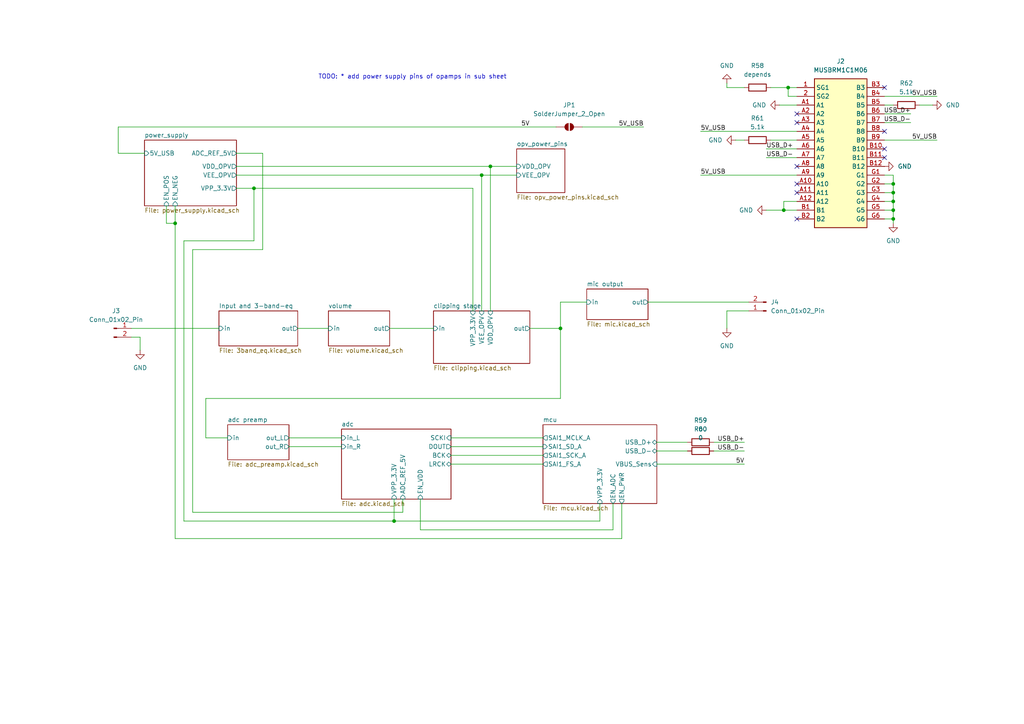
<source format=kicad_sch>
(kicad_sch
	(version 20250114)
	(generator "eeschema")
	(generator_version "9.0")
	(uuid "b77251ff-4eed-421f-8c84-983bb16b8e4c")
	(paper "A4")
	(lib_symbols
		(symbol "Connector:Conn_01x02_Pin"
			(pin_names
				(offset 1.016)
				(hide yes)
			)
			(exclude_from_sim no)
			(in_bom yes)
			(on_board yes)
			(property "Reference" "J"
				(at 0 2.54 0)
				(effects
					(font
						(size 1.27 1.27)
					)
				)
			)
			(property "Value" "Conn_01x02_Pin"
				(at 0 -5.08 0)
				(effects
					(font
						(size 1.27 1.27)
					)
				)
			)
			(property "Footprint" ""
				(at 0 0 0)
				(effects
					(font
						(size 1.27 1.27)
					)
					(hide yes)
				)
			)
			(property "Datasheet" "~"
				(at 0 0 0)
				(effects
					(font
						(size 1.27 1.27)
					)
					(hide yes)
				)
			)
			(property "Description" "Generic connector, single row, 01x02, script generated"
				(at 0 0 0)
				(effects
					(font
						(size 1.27 1.27)
					)
					(hide yes)
				)
			)
			(property "ki_locked" ""
				(at 0 0 0)
				(effects
					(font
						(size 1.27 1.27)
					)
				)
			)
			(property "ki_keywords" "connector"
				(at 0 0 0)
				(effects
					(font
						(size 1.27 1.27)
					)
					(hide yes)
				)
			)
			(property "ki_fp_filters" "Connector*:*_1x??_*"
				(at 0 0 0)
				(effects
					(font
						(size 1.27 1.27)
					)
					(hide yes)
				)
			)
			(symbol "Conn_01x02_Pin_1_1"
				(rectangle
					(start 0.8636 0.127)
					(end 0 -0.127)
					(stroke
						(width 0.1524)
						(type default)
					)
					(fill
						(type outline)
					)
				)
				(rectangle
					(start 0.8636 -2.413)
					(end 0 -2.667)
					(stroke
						(width 0.1524)
						(type default)
					)
					(fill
						(type outline)
					)
				)
				(polyline
					(pts
						(xy 1.27 0) (xy 0.8636 0)
					)
					(stroke
						(width 0.1524)
						(type default)
					)
					(fill
						(type none)
					)
				)
				(polyline
					(pts
						(xy 1.27 -2.54) (xy 0.8636 -2.54)
					)
					(stroke
						(width 0.1524)
						(type default)
					)
					(fill
						(type none)
					)
				)
				(pin passive line
					(at 5.08 0 180)
					(length 3.81)
					(name "Pin_1"
						(effects
							(font
								(size 1.27 1.27)
							)
						)
					)
					(number "1"
						(effects
							(font
								(size 1.27 1.27)
							)
						)
					)
				)
				(pin passive line
					(at 5.08 -2.54 180)
					(length 3.81)
					(name "Pin_2"
						(effects
							(font
								(size 1.27 1.27)
							)
						)
					)
					(number "2"
						(effects
							(font
								(size 1.27 1.27)
							)
						)
					)
				)
			)
			(embedded_fonts no)
		)
		(symbol "Device:R"
			(pin_numbers
				(hide yes)
			)
			(pin_names
				(offset 0)
			)
			(exclude_from_sim no)
			(in_bom yes)
			(on_board yes)
			(property "Reference" "R"
				(at 2.032 0 90)
				(effects
					(font
						(size 1.27 1.27)
					)
				)
			)
			(property "Value" "R"
				(at 0 0 90)
				(effects
					(font
						(size 1.27 1.27)
					)
				)
			)
			(property "Footprint" ""
				(at -1.778 0 90)
				(effects
					(font
						(size 1.27 1.27)
					)
					(hide yes)
				)
			)
			(property "Datasheet" "~"
				(at 0 0 0)
				(effects
					(font
						(size 1.27 1.27)
					)
					(hide yes)
				)
			)
			(property "Description" "Resistor"
				(at 0 0 0)
				(effects
					(font
						(size 1.27 1.27)
					)
					(hide yes)
				)
			)
			(property "ki_keywords" "R res resistor"
				(at 0 0 0)
				(effects
					(font
						(size 1.27 1.27)
					)
					(hide yes)
				)
			)
			(property "ki_fp_filters" "R_*"
				(at 0 0 0)
				(effects
					(font
						(size 1.27 1.27)
					)
					(hide yes)
				)
			)
			(symbol "R_0_1"
				(rectangle
					(start -1.016 -2.54)
					(end 1.016 2.54)
					(stroke
						(width 0.254)
						(type default)
					)
					(fill
						(type none)
					)
				)
			)
			(symbol "R_1_1"
				(pin passive line
					(at 0 3.81 270)
					(length 1.27)
					(name "~"
						(effects
							(font
								(size 1.27 1.27)
							)
						)
					)
					(number "1"
						(effects
							(font
								(size 1.27 1.27)
							)
						)
					)
				)
				(pin passive line
					(at 0 -3.81 90)
					(length 1.27)
					(name "~"
						(effects
							(font
								(size 1.27 1.27)
							)
						)
					)
					(number "2"
						(effects
							(font
								(size 1.27 1.27)
							)
						)
					)
				)
			)
			(embedded_fonts no)
		)
		(symbol "Jumper:SolderJumper_2_Open"
			(pin_numbers
				(hide yes)
			)
			(pin_names
				(offset 0)
				(hide yes)
			)
			(exclude_from_sim no)
			(in_bom no)
			(on_board yes)
			(property "Reference" "JP"
				(at 0 2.032 0)
				(effects
					(font
						(size 1.27 1.27)
					)
				)
			)
			(property "Value" "SolderJumper_2_Open"
				(at 0 -2.54 0)
				(effects
					(font
						(size 1.27 1.27)
					)
				)
			)
			(property "Footprint" ""
				(at 0 0 0)
				(effects
					(font
						(size 1.27 1.27)
					)
					(hide yes)
				)
			)
			(property "Datasheet" "~"
				(at 0 0 0)
				(effects
					(font
						(size 1.27 1.27)
					)
					(hide yes)
				)
			)
			(property "Description" "Solder Jumper, 2-pole, open"
				(at 0 0 0)
				(effects
					(font
						(size 1.27 1.27)
					)
					(hide yes)
				)
			)
			(property "ki_keywords" "solder jumper SPST"
				(at 0 0 0)
				(effects
					(font
						(size 1.27 1.27)
					)
					(hide yes)
				)
			)
			(property "ki_fp_filters" "SolderJumper*Open*"
				(at 0 0 0)
				(effects
					(font
						(size 1.27 1.27)
					)
					(hide yes)
				)
			)
			(symbol "SolderJumper_2_Open_0_1"
				(polyline
					(pts
						(xy -0.254 1.016) (xy -0.254 -1.016)
					)
					(stroke
						(width 0)
						(type default)
					)
					(fill
						(type none)
					)
				)
				(arc
					(start -0.254 -1.016)
					(mid -1.2656 0)
					(end -0.254 1.016)
					(stroke
						(width 0)
						(type default)
					)
					(fill
						(type none)
					)
				)
				(arc
					(start -0.254 -1.016)
					(mid -1.2656 0)
					(end -0.254 1.016)
					(stroke
						(width 0)
						(type default)
					)
					(fill
						(type outline)
					)
				)
				(arc
					(start 0.254 1.016)
					(mid 1.2656 0)
					(end 0.254 -1.016)
					(stroke
						(width 0)
						(type default)
					)
					(fill
						(type none)
					)
				)
				(arc
					(start 0.254 1.016)
					(mid 1.2656 0)
					(end 0.254 -1.016)
					(stroke
						(width 0)
						(type default)
					)
					(fill
						(type outline)
					)
				)
				(polyline
					(pts
						(xy 0.254 1.016) (xy 0.254 -1.016)
					)
					(stroke
						(width 0)
						(type default)
					)
					(fill
						(type none)
					)
				)
			)
			(symbol "SolderJumper_2_Open_1_1"
				(pin passive line
					(at -3.81 0 0)
					(length 2.54)
					(name "A"
						(effects
							(font
								(size 1.27 1.27)
							)
						)
					)
					(number "1"
						(effects
							(font
								(size 1.27 1.27)
							)
						)
					)
				)
				(pin passive line
					(at 3.81 0 180)
					(length 2.54)
					(name "B"
						(effects
							(font
								(size 1.27 1.27)
							)
						)
					)
					(number "2"
						(effects
							(font
								(size 1.27 1.27)
							)
						)
					)
				)
			)
			(embedded_fonts no)
		)
		(symbol "SamacSys_Parts:MUSBRM1C1M06"
			(exclude_from_sim no)
			(in_bom yes)
			(on_board yes)
			(property "Reference" "J"
				(at 21.59 7.62 0)
				(effects
					(font
						(size 1.27 1.27)
					)
					(justify left top)
				)
			)
			(property "Value" "MUSBRM1C1M06"
				(at 21.59 5.08 0)
				(effects
					(font
						(size 1.27 1.27)
					)
					(justify left top)
				)
			)
			(property "Footprint" "MUSBRM1C1M06"
				(at 21.59 -94.92 0)
				(effects
					(font
						(size 1.27 1.27)
					)
					(justify left top)
					(hide yes)
				)
			)
			(property "Datasheet" "https://cdn.amphenol-cs.com/media/wysiwyg/files/drawing/musbrm1c1xx.pdf"
				(at 21.59 -194.92 0)
				(effects
					(font
						(size 1.27 1.27)
					)
					(justify left top)
					(hide yes)
				)
			)
			(property "Description" "USB Connectors Gen 2, Type C, RA"
				(at 0 0 0)
				(effects
					(font
						(size 1.27 1.27)
					)
					(hide yes)
				)
			)
			(property "Height" "9.05"
				(at 21.59 -394.92 0)
				(effects
					(font
						(size 1.27 1.27)
					)
					(justify left top)
					(hide yes)
				)
			)
			(property "Mouser Part Number" "523-MUSBRM1C1M06"
				(at 21.59 -494.92 0)
				(effects
					(font
						(size 1.27 1.27)
					)
					(justify left top)
					(hide yes)
				)
			)
			(property "Mouser Price/Stock" "https://www.mouser.co.uk/ProductDetail/Amphenol-Commercial-Products/MUSBRM1C1M06?qs=stqOd1AaK79CJdHczudXnw%3D%3D"
				(at 21.59 -594.92 0)
				(effects
					(font
						(size 1.27 1.27)
					)
					(justify left top)
					(hide yes)
				)
			)
			(property "Manufacturer_Name" "Amphenol"
				(at 21.59 -694.92 0)
				(effects
					(font
						(size 1.27 1.27)
					)
					(justify left top)
					(hide yes)
				)
			)
			(property "Manufacturer_Part_Number" "MUSBRM1C1M06"
				(at 21.59 -794.92 0)
				(effects
					(font
						(size 1.27 1.27)
					)
					(justify left top)
					(hide yes)
				)
			)
			(symbol "MUSBRM1C1M06_1_1"
				(rectangle
					(start 5.08 2.54)
					(end 20.32 -40.64)
					(stroke
						(width 0.254)
						(type default)
					)
					(fill
						(type background)
					)
				)
				(pin passive line
					(at 0 0 0)
					(length 5.08)
					(name "SG1"
						(effects
							(font
								(size 1.27 1.27)
							)
						)
					)
					(number "1"
						(effects
							(font
								(size 1.27 1.27)
							)
						)
					)
				)
				(pin passive line
					(at 0 -2.54 0)
					(length 5.08)
					(name "SG2"
						(effects
							(font
								(size 1.27 1.27)
							)
						)
					)
					(number "2"
						(effects
							(font
								(size 1.27 1.27)
							)
						)
					)
				)
				(pin passive line
					(at 0 -5.08 0)
					(length 5.08)
					(name "A1"
						(effects
							(font
								(size 1.27 1.27)
							)
						)
					)
					(number "A1"
						(effects
							(font
								(size 1.27 1.27)
							)
						)
					)
				)
				(pin passive line
					(at 0 -7.62 0)
					(length 5.08)
					(name "A2"
						(effects
							(font
								(size 1.27 1.27)
							)
						)
					)
					(number "A2"
						(effects
							(font
								(size 1.27 1.27)
							)
						)
					)
				)
				(pin passive line
					(at 0 -10.16 0)
					(length 5.08)
					(name "A3"
						(effects
							(font
								(size 1.27 1.27)
							)
						)
					)
					(number "A3"
						(effects
							(font
								(size 1.27 1.27)
							)
						)
					)
				)
				(pin passive line
					(at 0 -12.7 0)
					(length 5.08)
					(name "A4"
						(effects
							(font
								(size 1.27 1.27)
							)
						)
					)
					(number "A4"
						(effects
							(font
								(size 1.27 1.27)
							)
						)
					)
				)
				(pin passive line
					(at 0 -15.24 0)
					(length 5.08)
					(name "A5"
						(effects
							(font
								(size 1.27 1.27)
							)
						)
					)
					(number "A5"
						(effects
							(font
								(size 1.27 1.27)
							)
						)
					)
				)
				(pin passive line
					(at 0 -17.78 0)
					(length 5.08)
					(name "A6"
						(effects
							(font
								(size 1.27 1.27)
							)
						)
					)
					(number "A6"
						(effects
							(font
								(size 1.27 1.27)
							)
						)
					)
				)
				(pin passive line
					(at 0 -20.32 0)
					(length 5.08)
					(name "A7"
						(effects
							(font
								(size 1.27 1.27)
							)
						)
					)
					(number "A7"
						(effects
							(font
								(size 1.27 1.27)
							)
						)
					)
				)
				(pin passive line
					(at 0 -22.86 0)
					(length 5.08)
					(name "A8"
						(effects
							(font
								(size 1.27 1.27)
							)
						)
					)
					(number "A8"
						(effects
							(font
								(size 1.27 1.27)
							)
						)
					)
				)
				(pin passive line
					(at 0 -25.4 0)
					(length 5.08)
					(name "A9"
						(effects
							(font
								(size 1.27 1.27)
							)
						)
					)
					(number "A9"
						(effects
							(font
								(size 1.27 1.27)
							)
						)
					)
				)
				(pin passive line
					(at 0 -27.94 0)
					(length 5.08)
					(name "A10"
						(effects
							(font
								(size 1.27 1.27)
							)
						)
					)
					(number "A10"
						(effects
							(font
								(size 1.27 1.27)
							)
						)
					)
				)
				(pin passive line
					(at 0 -30.48 0)
					(length 5.08)
					(name "A11"
						(effects
							(font
								(size 1.27 1.27)
							)
						)
					)
					(number "A11"
						(effects
							(font
								(size 1.27 1.27)
							)
						)
					)
				)
				(pin passive line
					(at 0 -33.02 0)
					(length 5.08)
					(name "A12"
						(effects
							(font
								(size 1.27 1.27)
							)
						)
					)
					(number "A12"
						(effects
							(font
								(size 1.27 1.27)
							)
						)
					)
				)
				(pin passive line
					(at 0 -35.56 0)
					(length 5.08)
					(name "B1"
						(effects
							(font
								(size 1.27 1.27)
							)
						)
					)
					(number "B1"
						(effects
							(font
								(size 1.27 1.27)
							)
						)
					)
				)
				(pin passive line
					(at 0 -38.1 0)
					(length 5.08)
					(name "B2"
						(effects
							(font
								(size 1.27 1.27)
							)
						)
					)
					(number "B2"
						(effects
							(font
								(size 1.27 1.27)
							)
						)
					)
				)
				(pin passive line
					(at 25.4 0 180)
					(length 5.08)
					(name "B3"
						(effects
							(font
								(size 1.27 1.27)
							)
						)
					)
					(number "B3"
						(effects
							(font
								(size 1.27 1.27)
							)
						)
					)
				)
				(pin passive line
					(at 25.4 -2.54 180)
					(length 5.08)
					(name "B4"
						(effects
							(font
								(size 1.27 1.27)
							)
						)
					)
					(number "B4"
						(effects
							(font
								(size 1.27 1.27)
							)
						)
					)
				)
				(pin passive line
					(at 25.4 -5.08 180)
					(length 5.08)
					(name "B5"
						(effects
							(font
								(size 1.27 1.27)
							)
						)
					)
					(number "B5"
						(effects
							(font
								(size 1.27 1.27)
							)
						)
					)
				)
				(pin passive line
					(at 25.4 -7.62 180)
					(length 5.08)
					(name "B6"
						(effects
							(font
								(size 1.27 1.27)
							)
						)
					)
					(number "B6"
						(effects
							(font
								(size 1.27 1.27)
							)
						)
					)
				)
				(pin passive line
					(at 25.4 -10.16 180)
					(length 5.08)
					(name "B7"
						(effects
							(font
								(size 1.27 1.27)
							)
						)
					)
					(number "B7"
						(effects
							(font
								(size 1.27 1.27)
							)
						)
					)
				)
				(pin passive line
					(at 25.4 -12.7 180)
					(length 5.08)
					(name "B8"
						(effects
							(font
								(size 1.27 1.27)
							)
						)
					)
					(number "B8"
						(effects
							(font
								(size 1.27 1.27)
							)
						)
					)
				)
				(pin passive line
					(at 25.4 -15.24 180)
					(length 5.08)
					(name "B9"
						(effects
							(font
								(size 1.27 1.27)
							)
						)
					)
					(number "B9"
						(effects
							(font
								(size 1.27 1.27)
							)
						)
					)
				)
				(pin passive line
					(at 25.4 -17.78 180)
					(length 5.08)
					(name "B10"
						(effects
							(font
								(size 1.27 1.27)
							)
						)
					)
					(number "B10"
						(effects
							(font
								(size 1.27 1.27)
							)
						)
					)
				)
				(pin passive line
					(at 25.4 -20.32 180)
					(length 5.08)
					(name "B11"
						(effects
							(font
								(size 1.27 1.27)
							)
						)
					)
					(number "B11"
						(effects
							(font
								(size 1.27 1.27)
							)
						)
					)
				)
				(pin passive line
					(at 25.4 -22.86 180)
					(length 5.08)
					(name "B12"
						(effects
							(font
								(size 1.27 1.27)
							)
						)
					)
					(number "B12"
						(effects
							(font
								(size 1.27 1.27)
							)
						)
					)
				)
				(pin passive line
					(at 25.4 -25.4 180)
					(length 5.08)
					(name "G1"
						(effects
							(font
								(size 1.27 1.27)
							)
						)
					)
					(number "G1"
						(effects
							(font
								(size 1.27 1.27)
							)
						)
					)
				)
				(pin passive line
					(at 25.4 -27.94 180)
					(length 5.08)
					(name "G2"
						(effects
							(font
								(size 1.27 1.27)
							)
						)
					)
					(number "G2"
						(effects
							(font
								(size 1.27 1.27)
							)
						)
					)
				)
				(pin passive line
					(at 25.4 -30.48 180)
					(length 5.08)
					(name "G3"
						(effects
							(font
								(size 1.27 1.27)
							)
						)
					)
					(number "G3"
						(effects
							(font
								(size 1.27 1.27)
							)
						)
					)
				)
				(pin passive line
					(at 25.4 -33.02 180)
					(length 5.08)
					(name "G4"
						(effects
							(font
								(size 1.27 1.27)
							)
						)
					)
					(number "G4"
						(effects
							(font
								(size 1.27 1.27)
							)
						)
					)
				)
				(pin passive line
					(at 25.4 -35.56 180)
					(length 5.08)
					(name "G5"
						(effects
							(font
								(size 1.27 1.27)
							)
						)
					)
					(number "G5"
						(effects
							(font
								(size 1.27 1.27)
							)
						)
					)
				)
				(pin passive line
					(at 25.4 -38.1 180)
					(length 5.08)
					(name "G6"
						(effects
							(font
								(size 1.27 1.27)
							)
						)
					)
					(number "G6"
						(effects
							(font
								(size 1.27 1.27)
							)
						)
					)
				)
			)
			(embedded_fonts no)
		)
		(symbol "power:GND"
			(power)
			(pin_numbers
				(hide yes)
			)
			(pin_names
				(offset 0)
				(hide yes)
			)
			(exclude_from_sim no)
			(in_bom yes)
			(on_board yes)
			(property "Reference" "#PWR"
				(at 0 -6.35 0)
				(effects
					(font
						(size 1.27 1.27)
					)
					(hide yes)
				)
			)
			(property "Value" "GND"
				(at 0 -3.81 0)
				(effects
					(font
						(size 1.27 1.27)
					)
				)
			)
			(property "Footprint" ""
				(at 0 0 0)
				(effects
					(font
						(size 1.27 1.27)
					)
					(hide yes)
				)
			)
			(property "Datasheet" ""
				(at 0 0 0)
				(effects
					(font
						(size 1.27 1.27)
					)
					(hide yes)
				)
			)
			(property "Description" "Power symbol creates a global label with name \"GND\" , ground"
				(at 0 0 0)
				(effects
					(font
						(size 1.27 1.27)
					)
					(hide yes)
				)
			)
			(property "ki_keywords" "global power"
				(at 0 0 0)
				(effects
					(font
						(size 1.27 1.27)
					)
					(hide yes)
				)
			)
			(symbol "GND_0_1"
				(polyline
					(pts
						(xy 0 0) (xy 0 -1.27) (xy 1.27 -1.27) (xy 0 -2.54) (xy -1.27 -1.27) (xy 0 -1.27)
					)
					(stroke
						(width 0)
						(type default)
					)
					(fill
						(type none)
					)
				)
			)
			(symbol "GND_1_1"
				(pin power_in line
					(at 0 0 270)
					(length 0)
					(name "~"
						(effects
							(font
								(size 1.27 1.27)
							)
						)
					)
					(number "1"
						(effects
							(font
								(size 1.27 1.27)
							)
						)
					)
				)
			)
			(embedded_fonts no)
		)
	)
	(text "TODO: * add power supply pins of opamps in sub sheet\n"
		(exclude_from_sim no)
		(at 119.634 22.352 0)
		(effects
			(font
				(size 1.27 1.27)
			)
		)
		(uuid "a25f0755-894f-4b12-b8af-f21a254414c9")
	)
	(junction
		(at 259.08 53.34)
		(diameter 0)
		(color 0 0 0 0)
		(uuid "1f09b792-9edf-45fd-be09-03c5c2382275")
	)
	(junction
		(at 114.3 151.13)
		(diameter 0)
		(color 0 0 0 0)
		(uuid "2e98267d-4116-4674-b19b-f79559e72f98")
	)
	(junction
		(at 259.08 60.96)
		(diameter 0)
		(color 0 0 0 0)
		(uuid "4b95b136-ea50-48ba-a607-ffc37b44b600")
	)
	(junction
		(at 259.08 58.42)
		(diameter 0)
		(color 0 0 0 0)
		(uuid "55e186c6-3e3a-4ea2-b534-24ea1258f5f3")
	)
	(junction
		(at 259.08 55.88)
		(diameter 0)
		(color 0 0 0 0)
		(uuid "57721be7-6f0d-4ad4-b631-edd6f8bca6d3")
	)
	(junction
		(at 139.7 50.8)
		(diameter 0)
		(color 0 0 0 0)
		(uuid "7e120835-20df-4266-bd7a-e87b353eb09a")
	)
	(junction
		(at 73.66 54.61)
		(diameter 0)
		(color 0 0 0 0)
		(uuid "7e5ce9da-da59-41a4-9446-a449c288a6c1")
	)
	(junction
		(at 228.6 25.4)
		(diameter 0)
		(color 0 0 0 0)
		(uuid "802c8292-058e-43c5-9916-5047ac2eda28")
	)
	(junction
		(at 227.33 60.96)
		(diameter 0)
		(color 0 0 0 0)
		(uuid "954c75e5-a313-4f68-813b-8d74da77ece3")
	)
	(junction
		(at 162.56 95.25)
		(diameter 0)
		(color 0 0 0 0)
		(uuid "9ccf2443-2220-4c9e-9218-977c62ab0536")
	)
	(junction
		(at 50.8 64.77)
		(diameter 0)
		(color 0 0 0 0)
		(uuid "aa7e82cf-bc35-415c-85f5-094a4144f663")
	)
	(junction
		(at 259.08 63.5)
		(diameter 0)
		(color 0 0 0 0)
		(uuid "d784cef3-22c7-4b38-b2cb-eebe22fae13b")
	)
	(junction
		(at 142.24 48.26)
		(diameter 0)
		(color 0 0 0 0)
		(uuid "ff4b1fe3-4b00-4271-85f6-ca07892e5c52")
	)
	(no_connect
		(at 256.54 45.72)
		(uuid "37c1de7f-440b-41fa-b106-861475b9de3f")
	)
	(no_connect
		(at 231.14 63.5)
		(uuid "5f31a9ca-fcaa-439d-925b-64cccbf18924")
	)
	(no_connect
		(at 231.14 35.56)
		(uuid "ab23c86e-2c81-4b40-897e-41fd43c28669")
	)
	(no_connect
		(at 231.14 55.88)
		(uuid "bdb9da6f-e7d6-4d40-b9bb-bd208a9d56af")
	)
	(no_connect
		(at 231.14 53.34)
		(uuid "c25329a5-b384-429c-9eac-b67db6551cea")
	)
	(no_connect
		(at 256.54 38.1)
		(uuid "cd87533c-7804-4022-86c6-98c2287c5004")
	)
	(no_connect
		(at 256.54 25.4)
		(uuid "d92c4a81-292b-436c-b2a0-8226b3bbea25")
	)
	(no_connect
		(at 231.14 48.26)
		(uuid "e7d43f04-081a-4e51-ac6d-459f5c2c3c69")
	)
	(no_connect
		(at 231.14 33.02)
		(uuid "ebf30f69-5e14-4f95-b091-40c55007a5d4")
	)
	(no_connect
		(at 256.54 43.18)
		(uuid "ee78de0f-d613-41c1-8dcd-3c46fa30554a")
	)
	(wire
		(pts
			(xy 207.01 128.27) (xy 215.9 128.27)
		)
		(stroke
			(width 0)
			(type default)
		)
		(uuid "00016aee-fb61-494a-8702-f9f8e85ef4cf")
	)
	(wire
		(pts
			(xy 180.34 146.05) (xy 180.34 156.21)
		)
		(stroke
			(width 0)
			(type default)
		)
		(uuid "05077807-1cf1-4fcc-a1c2-72a8d5ddef00")
	)
	(wire
		(pts
			(xy 256.54 50.8) (xy 259.08 50.8)
		)
		(stroke
			(width 0)
			(type default)
		)
		(uuid "0e0e4488-1ae0-4fe2-8063-fc7df628859a")
	)
	(wire
		(pts
			(xy 53.34 69.85) (xy 73.66 69.85)
		)
		(stroke
			(width 0)
			(type default)
		)
		(uuid "0e188ce5-f049-40aa-b7bb-c5526bf7eaf1")
	)
	(wire
		(pts
			(xy 73.66 54.61) (xy 137.16 54.61)
		)
		(stroke
			(width 0)
			(type default)
		)
		(uuid "10820574-478d-4f5a-8e5b-060e9330af99")
	)
	(wire
		(pts
			(xy 256.54 33.02) (xy 264.16 33.02)
		)
		(stroke
			(width 0)
			(type default)
		)
		(uuid "142daaa7-89cf-4890-8260-211711ab8e6a")
	)
	(wire
		(pts
			(xy 142.24 48.26) (xy 142.24 90.17)
		)
		(stroke
			(width 0)
			(type default)
		)
		(uuid "1632d291-6320-4812-a84f-1984138b147b")
	)
	(wire
		(pts
			(xy 55.88 72.39) (xy 76.2 72.39)
		)
		(stroke
			(width 0)
			(type default)
		)
		(uuid "18dd3005-6ad4-4403-88fb-3194804bd93f")
	)
	(wire
		(pts
			(xy 50.8 64.77) (xy 50.8 156.21)
		)
		(stroke
			(width 0)
			(type default)
		)
		(uuid "18e58aa6-79d8-4ed6-bcad-4587ffeea583")
	)
	(wire
		(pts
			(xy 210.82 90.17) (xy 210.82 95.25)
		)
		(stroke
			(width 0)
			(type default)
		)
		(uuid "1aedc2ce-1f5f-4d3e-b955-201c2c238449")
	)
	(wire
		(pts
			(xy 256.54 53.34) (xy 259.08 53.34)
		)
		(stroke
			(width 0)
			(type default)
		)
		(uuid "217aae52-424a-4a98-a417-105030f52f97")
	)
	(wire
		(pts
			(xy 213.36 40.64) (xy 215.9 40.64)
		)
		(stroke
			(width 0)
			(type default)
		)
		(uuid "21d952aa-b9cd-4e9b-8568-ea14f1ece2d4")
	)
	(wire
		(pts
			(xy 48.26 59.69) (xy 48.26 64.77)
		)
		(stroke
			(width 0)
			(type default)
		)
		(uuid "21f21969-7859-454f-bccc-bde9f7ffda75")
	)
	(wire
		(pts
			(xy 48.26 64.77) (xy 50.8 64.77)
		)
		(stroke
			(width 0)
			(type default)
		)
		(uuid "29bcae9a-1186-4841-8751-a64b9d029737")
	)
	(wire
		(pts
			(xy 203.2 50.8) (xy 231.14 50.8)
		)
		(stroke
			(width 0)
			(type default)
		)
		(uuid "2cde108d-8183-4fa5-be6e-fdd2228f39f3")
	)
	(wire
		(pts
			(xy 227.33 58.42) (xy 231.14 58.42)
		)
		(stroke
			(width 0)
			(type default)
		)
		(uuid "33670e54-bb45-4758-98a4-3c984dbe1f76")
	)
	(wire
		(pts
			(xy 50.8 59.69) (xy 50.8 64.77)
		)
		(stroke
			(width 0)
			(type default)
		)
		(uuid "33de30e7-c1c7-45bf-a55f-8ebce56c9ffd")
	)
	(wire
		(pts
			(xy 259.08 53.34) (xy 259.08 55.88)
		)
		(stroke
			(width 0)
			(type default)
		)
		(uuid "37b3d849-2167-49dd-9738-98dff2fd3fe9")
	)
	(wire
		(pts
			(xy 59.69 115.57) (xy 59.69 127)
		)
		(stroke
			(width 0)
			(type default)
		)
		(uuid "38223032-2ca1-4d2d-8657-ba82ab3c23bf")
	)
	(wire
		(pts
			(xy 76.2 44.45) (xy 68.58 44.45)
		)
		(stroke
			(width 0)
			(type default)
		)
		(uuid "3af72f1e-8328-4490-b48f-240702a7bffe")
	)
	(wire
		(pts
			(xy 266.7 30.48) (xy 270.51 30.48)
		)
		(stroke
			(width 0)
			(type default)
		)
		(uuid "3bc1f6d4-123a-4ad3-8a11-05e9bf033533")
	)
	(wire
		(pts
			(xy 177.8 153.67) (xy 121.92 153.67)
		)
		(stroke
			(width 0)
			(type default)
		)
		(uuid "3d3a11ff-4eab-4fec-a3f4-714689e38cf8")
	)
	(wire
		(pts
			(xy 162.56 115.57) (xy 59.69 115.57)
		)
		(stroke
			(width 0)
			(type default)
		)
		(uuid "40c1917c-9fd8-401c-bc69-0beff831bf56")
	)
	(wire
		(pts
			(xy 139.7 50.8) (xy 139.7 90.17)
		)
		(stroke
			(width 0)
			(type default)
		)
		(uuid "45a2f46f-64ef-439c-ad75-00e8f7699e3c")
	)
	(wire
		(pts
			(xy 162.56 95.25) (xy 162.56 115.57)
		)
		(stroke
			(width 0)
			(type default)
		)
		(uuid "477475a3-84fc-4d04-b41a-d1644f20d9dd")
	)
	(wire
		(pts
			(xy 256.54 58.42) (xy 259.08 58.42)
		)
		(stroke
			(width 0)
			(type default)
		)
		(uuid "49770036-3a48-44d8-afbd-abf607cd3f58")
	)
	(wire
		(pts
			(xy 139.7 50.8) (xy 149.86 50.8)
		)
		(stroke
			(width 0)
			(type default)
		)
		(uuid "49bfc071-bee9-418c-bc23-1df4a8a7edec")
	)
	(wire
		(pts
			(xy 173.99 151.13) (xy 173.99 146.05)
		)
		(stroke
			(width 0)
			(type default)
		)
		(uuid "4c6cf0ed-6fcc-4f0f-8b2c-f126b98abbcc")
	)
	(wire
		(pts
			(xy 190.5 128.27) (xy 199.39 128.27)
		)
		(stroke
			(width 0)
			(type default)
		)
		(uuid "52a79b5e-d747-4955-b356-186780561a12")
	)
	(wire
		(pts
			(xy 130.81 134.62) (xy 157.48 134.62)
		)
		(stroke
			(width 0)
			(type default)
		)
		(uuid "53a242b8-d4bf-4121-b051-a8882a674a5d")
	)
	(wire
		(pts
			(xy 190.5 134.62) (xy 215.9 134.62)
		)
		(stroke
			(width 0)
			(type default)
		)
		(uuid "54ee5bc8-af5e-4b4f-802c-30602041e37f")
	)
	(wire
		(pts
			(xy 203.2 38.1) (xy 231.14 38.1)
		)
		(stroke
			(width 0)
			(type default)
		)
		(uuid "5cef7da6-473a-43a6-97d7-c8113ea3e3dc")
	)
	(wire
		(pts
			(xy 180.34 156.21) (xy 50.8 156.21)
		)
		(stroke
			(width 0)
			(type default)
		)
		(uuid "5fe6411a-802e-4e32-9c4a-d3c247f37986")
	)
	(wire
		(pts
			(xy 162.56 95.25) (xy 162.56 87.63)
		)
		(stroke
			(width 0)
			(type default)
		)
		(uuid "64616e2a-75ef-4265-af62-c21a63eaad19")
	)
	(wire
		(pts
			(xy 210.82 24.13) (xy 210.82 25.4)
		)
		(stroke
			(width 0)
			(type default)
		)
		(uuid "64aa8cb7-c140-4a88-83f7-fe5e31dabd1f")
	)
	(wire
		(pts
			(xy 177.8 146.05) (xy 177.8 153.67)
		)
		(stroke
			(width 0)
			(type default)
		)
		(uuid "677ed553-302a-4437-9e32-feecb204db66")
	)
	(wire
		(pts
			(xy 226.06 30.48) (xy 231.14 30.48)
		)
		(stroke
			(width 0)
			(type default)
		)
		(uuid "680c86e2-be59-4b84-9605-2ba888c0be6c")
	)
	(wire
		(pts
			(xy 217.17 90.17) (xy 210.82 90.17)
		)
		(stroke
			(width 0)
			(type default)
		)
		(uuid "6a1ff6ad-db6d-481d-8007-e140391ccb52")
	)
	(wire
		(pts
			(xy 222.25 60.96) (xy 227.33 60.96)
		)
		(stroke
			(width 0)
			(type default)
		)
		(uuid "73ae5f7e-a410-4ee9-849b-108166c8c82c")
	)
	(wire
		(pts
			(xy 68.58 48.26) (xy 142.24 48.26)
		)
		(stroke
			(width 0)
			(type default)
		)
		(uuid "742d3fb0-f01b-4528-8a16-d2cb7f88a77c")
	)
	(wire
		(pts
			(xy 114.3 144.78) (xy 114.3 151.13)
		)
		(stroke
			(width 0)
			(type default)
		)
		(uuid "747dfa3a-9d4d-4393-8248-6e0bb66385af")
	)
	(wire
		(pts
			(xy 168.91 36.83) (xy 186.69 36.83)
		)
		(stroke
			(width 0)
			(type default)
		)
		(uuid "760804f1-1540-4c45-863e-1a9ad387949d")
	)
	(wire
		(pts
			(xy 259.08 58.42) (xy 259.08 60.96)
		)
		(stroke
			(width 0)
			(type default)
		)
		(uuid "77e7d7a0-cc50-4c7f-98c1-4c64cf4d5e25")
	)
	(wire
		(pts
			(xy 256.54 63.5) (xy 259.08 63.5)
		)
		(stroke
			(width 0)
			(type default)
		)
		(uuid "7a3c13e3-032a-4a34-bd75-97c80233bb47")
	)
	(wire
		(pts
			(xy 86.36 95.25) (xy 95.25 95.25)
		)
		(stroke
			(width 0)
			(type default)
		)
		(uuid "7b56ea49-7b5c-4746-a77b-cdd4dee49721")
	)
	(wire
		(pts
			(xy 83.82 127) (xy 99.06 127)
		)
		(stroke
			(width 0)
			(type default)
		)
		(uuid "7cc100f3-e75f-4c1c-bc5a-fa7a8e609978")
	)
	(wire
		(pts
			(xy 256.54 27.94) (xy 271.78 27.94)
		)
		(stroke
			(width 0)
			(type default)
		)
		(uuid "848b70cb-0ed0-4e45-9656-b4d6a97f6235")
	)
	(wire
		(pts
			(xy 116.84 144.78) (xy 116.84 148.59)
		)
		(stroke
			(width 0)
			(type default)
		)
		(uuid "8625ad29-a252-4d48-9897-0e5778f8c25c")
	)
	(wire
		(pts
			(xy 231.14 25.4) (xy 228.6 25.4)
		)
		(stroke
			(width 0)
			(type default)
		)
		(uuid "86fb6634-9fcb-41f8-9aac-72a622d1e5b7")
	)
	(wire
		(pts
			(xy 162.56 87.63) (xy 170.18 87.63)
		)
		(stroke
			(width 0)
			(type default)
		)
		(uuid "87d0fe83-531f-4f46-9821-d3fcd56372ab")
	)
	(wire
		(pts
			(xy 114.3 151.13) (xy 173.99 151.13)
		)
		(stroke
			(width 0)
			(type default)
		)
		(uuid "894a0b77-28fa-4087-9949-631204d5b6c5")
	)
	(wire
		(pts
			(xy 130.81 132.08) (xy 157.48 132.08)
		)
		(stroke
			(width 0)
			(type default)
		)
		(uuid "89684b7d-195a-4312-86c8-a6d1c63285f1")
	)
	(wire
		(pts
			(xy 259.08 63.5) (xy 259.08 64.77)
		)
		(stroke
			(width 0)
			(type default)
		)
		(uuid "8ab757c8-fbe9-4cb7-ad7d-187cc1dac705")
	)
	(wire
		(pts
			(xy 190.5 130.81) (xy 199.39 130.81)
		)
		(stroke
			(width 0)
			(type default)
		)
		(uuid "8cea6491-fedd-460e-8b50-c82c08217cf3")
	)
	(wire
		(pts
			(xy 73.66 69.85) (xy 73.66 54.61)
		)
		(stroke
			(width 0)
			(type default)
		)
		(uuid "92df7199-e8d9-4fb1-951d-59dfb3840c21")
	)
	(wire
		(pts
			(xy 256.54 55.88) (xy 259.08 55.88)
		)
		(stroke
			(width 0)
			(type default)
		)
		(uuid "9541224b-59df-4bc5-8afb-4d64ee7ee665")
	)
	(wire
		(pts
			(xy 55.88 148.59) (xy 55.88 72.39)
		)
		(stroke
			(width 0)
			(type default)
		)
		(uuid "9d5f08a8-b310-46f4-af34-cf617162d7c1")
	)
	(wire
		(pts
			(xy 259.08 50.8) (xy 259.08 53.34)
		)
		(stroke
			(width 0)
			(type default)
		)
		(uuid "9d9be79d-41ad-45a0-bfa1-b424f5773095")
	)
	(wire
		(pts
			(xy 38.1 95.25) (xy 63.5 95.25)
		)
		(stroke
			(width 0)
			(type default)
		)
		(uuid "9f596bc7-1fda-4ea1-affe-8e605bc67cde")
	)
	(wire
		(pts
			(xy 222.25 43.18) (xy 231.14 43.18)
		)
		(stroke
			(width 0)
			(type default)
		)
		(uuid "a149df4a-74f1-47a4-a51a-bcc002f12696")
	)
	(wire
		(pts
			(xy 137.16 54.61) (xy 137.16 90.17)
		)
		(stroke
			(width 0)
			(type default)
		)
		(uuid "a2a1cefa-3aaa-4e68-90bb-bf9560cf0ab4")
	)
	(wire
		(pts
			(xy 227.33 60.96) (xy 231.14 60.96)
		)
		(stroke
			(width 0)
			(type default)
		)
		(uuid "a367eaab-2c36-41e0-af37-6228ce45b5b0")
	)
	(wire
		(pts
			(xy 83.82 129.54) (xy 99.06 129.54)
		)
		(stroke
			(width 0)
			(type default)
		)
		(uuid "a44fadfe-b775-4ec7-aa10-7566f9b6b4ec")
	)
	(wire
		(pts
			(xy 256.54 40.64) (xy 271.78 40.64)
		)
		(stroke
			(width 0)
			(type default)
		)
		(uuid "a46ca61e-cbef-4981-9a44-c1adf3a0b562")
	)
	(wire
		(pts
			(xy 223.52 25.4) (xy 228.6 25.4)
		)
		(stroke
			(width 0)
			(type default)
		)
		(uuid "a4da58db-c7f8-4c5a-b7b0-e93747cab58b")
	)
	(wire
		(pts
			(xy 114.3 151.13) (xy 53.34 151.13)
		)
		(stroke
			(width 0)
			(type default)
		)
		(uuid "a791fb1c-cc4d-45eb-a78b-4371bf09a940")
	)
	(wire
		(pts
			(xy 116.84 148.59) (xy 55.88 148.59)
		)
		(stroke
			(width 0)
			(type default)
		)
		(uuid "a9a7a2b6-ab8d-47c0-8b2c-094adcbcacfa")
	)
	(wire
		(pts
			(xy 187.96 87.63) (xy 217.17 87.63)
		)
		(stroke
			(width 0)
			(type default)
		)
		(uuid "ac04c1ee-1bc6-49f8-ba7c-3dab47d80b4c")
	)
	(wire
		(pts
			(xy 59.69 127) (xy 66.04 127)
		)
		(stroke
			(width 0)
			(type default)
		)
		(uuid "ac6fcb7d-eea2-4065-b546-4cab9389fd6d")
	)
	(wire
		(pts
			(xy 34.29 36.83) (xy 161.29 36.83)
		)
		(stroke
			(width 0)
			(type default)
		)
		(uuid "adbd993a-5d12-4fb1-b50a-d3a4b49c4bdb")
	)
	(wire
		(pts
			(xy 222.25 45.72) (xy 231.14 45.72)
		)
		(stroke
			(width 0)
			(type default)
		)
		(uuid "b2f31a17-9e52-404c-a274-8fb6528c7dc9")
	)
	(wire
		(pts
			(xy 223.52 40.64) (xy 231.14 40.64)
		)
		(stroke
			(width 0)
			(type default)
		)
		(uuid "b52da669-8045-4a7e-a07f-0daa540ef324")
	)
	(wire
		(pts
			(xy 53.34 151.13) (xy 53.34 69.85)
		)
		(stroke
			(width 0)
			(type default)
		)
		(uuid "b85034de-e9a3-4353-8074-1138d8d1c0d4")
	)
	(wire
		(pts
			(xy 130.81 127) (xy 157.48 127)
		)
		(stroke
			(width 0)
			(type default)
		)
		(uuid "bb37f497-3453-4ad8-b5e8-2d8ef3064e67")
	)
	(wire
		(pts
			(xy 41.91 44.45) (xy 34.29 44.45)
		)
		(stroke
			(width 0)
			(type default)
		)
		(uuid "be5f5f82-fdc9-4915-ac0d-46e8c1195630")
	)
	(wire
		(pts
			(xy 259.08 60.96) (xy 259.08 63.5)
		)
		(stroke
			(width 0)
			(type default)
		)
		(uuid "c7a3b48c-0ec7-4233-9d40-0803b2d51ae0")
	)
	(wire
		(pts
			(xy 68.58 54.61) (xy 73.66 54.61)
		)
		(stroke
			(width 0)
			(type default)
		)
		(uuid "ca2c932f-e291-43a5-a16c-86034b0c1a1d")
	)
	(wire
		(pts
			(xy 68.58 50.8) (xy 139.7 50.8)
		)
		(stroke
			(width 0)
			(type default)
		)
		(uuid "ca7cb1e0-726e-42af-bdc9-fb2c92b4abc8")
	)
	(wire
		(pts
			(xy 256.54 35.56) (xy 264.16 35.56)
		)
		(stroke
			(width 0)
			(type default)
		)
		(uuid "cbb71fab-76f3-4d9a-b02d-809be8dca1ec")
	)
	(wire
		(pts
			(xy 142.24 48.26) (xy 149.86 48.26)
		)
		(stroke
			(width 0)
			(type default)
		)
		(uuid "cbe31516-3979-47cf-ab6e-1e320b74dda3")
	)
	(wire
		(pts
			(xy 228.6 27.94) (xy 231.14 27.94)
		)
		(stroke
			(width 0)
			(type default)
		)
		(uuid "cc1d70eb-8bca-4006-864f-64b7115c4b00")
	)
	(wire
		(pts
			(xy 259.08 55.88) (xy 259.08 58.42)
		)
		(stroke
			(width 0)
			(type default)
		)
		(uuid "cc4eaadf-8b65-431b-a228-f583b16acef7")
	)
	(wire
		(pts
			(xy 130.81 129.54) (xy 157.48 129.54)
		)
		(stroke
			(width 0)
			(type default)
		)
		(uuid "cdf3166e-01c1-4f75-8a51-71ba86ed327e")
	)
	(wire
		(pts
			(xy 121.92 153.67) (xy 121.92 144.78)
		)
		(stroke
			(width 0)
			(type default)
		)
		(uuid "d3110856-a57d-4d24-8fef-325e64249764")
	)
	(wire
		(pts
			(xy 256.54 30.48) (xy 259.08 30.48)
		)
		(stroke
			(width 0)
			(type default)
		)
		(uuid "d346345b-b5e0-4119-b44a-d6304671e4af")
	)
	(wire
		(pts
			(xy 113.03 95.25) (xy 125.73 95.25)
		)
		(stroke
			(width 0)
			(type default)
		)
		(uuid "d3900798-19de-453e-9bff-9d03923a4f56")
	)
	(wire
		(pts
			(xy 38.1 97.79) (xy 40.64 97.79)
		)
		(stroke
			(width 0)
			(type default)
		)
		(uuid "dfaf61c6-20d5-4521-86ba-bd269a0b7071")
	)
	(wire
		(pts
			(xy 228.6 25.4) (xy 228.6 27.94)
		)
		(stroke
			(width 0)
			(type default)
		)
		(uuid "e06b10bb-6444-44bc-988c-49d4d2b3502e")
	)
	(wire
		(pts
			(xy 215.9 25.4) (xy 210.82 25.4)
		)
		(stroke
			(width 0)
			(type default)
		)
		(uuid "e14140e1-77d1-4d54-98c0-ca87fd2f526e")
	)
	(wire
		(pts
			(xy 153.67 95.25) (xy 162.56 95.25)
		)
		(stroke
			(width 0)
			(type default)
		)
		(uuid "e35eb4ab-afe4-48a7-a477-abac1a1b5daf")
	)
	(wire
		(pts
			(xy 207.01 130.81) (xy 215.9 130.81)
		)
		(stroke
			(width 0)
			(type default)
		)
		(uuid "e4f66126-1680-441f-a013-0b365008b3fb")
	)
	(wire
		(pts
			(xy 40.64 97.79) (xy 40.64 101.6)
		)
		(stroke
			(width 0)
			(type default)
		)
		(uuid "e51434b1-ada7-497c-aec3-91b33d294ee5")
	)
	(wire
		(pts
			(xy 256.54 60.96) (xy 259.08 60.96)
		)
		(stroke
			(width 0)
			(type default)
		)
		(uuid "eacc26ca-090a-466e-b891-8e02de36d6ed")
	)
	(wire
		(pts
			(xy 227.33 58.42) (xy 227.33 60.96)
		)
		(stroke
			(width 0)
			(type default)
		)
		(uuid "eb74f84d-3975-4782-9e80-3bcf8ed2ff3a")
	)
	(wire
		(pts
			(xy 76.2 72.39) (xy 76.2 44.45)
		)
		(stroke
			(width 0)
			(type default)
		)
		(uuid "efabc23a-82ed-4d1a-bbb1-4813dc3169fc")
	)
	(wire
		(pts
			(xy 34.29 44.45) (xy 34.29 36.83)
		)
		(stroke
			(width 0)
			(type default)
		)
		(uuid "f4f4ab02-a260-4bf2-ac09-94002134c0c5")
	)
	(label "USB_D-"
		(at 264.16 35.56 180)
		(effects
			(font
				(size 1.27 1.27)
			)
			(justify right bottom)
		)
		(uuid "3080d05c-f395-49f0-afd5-714e4e95b612")
	)
	(label "5V_USB"
		(at 271.78 40.64 180)
		(effects
			(font
				(size 1.27 1.27)
			)
			(justify right bottom)
		)
		(uuid "4dd9f963-e854-48d5-951e-773071045b2f")
	)
	(label "USB_D-"
		(at 222.25 45.72 0)
		(effects
			(font
				(size 1.27 1.27)
			)
			(justify left bottom)
		)
		(uuid "5187aaf0-fbc1-4eef-a11b-5887e4a170e2")
	)
	(label "USB_D-"
		(at 215.9 130.81 180)
		(effects
			(font
				(size 1.27 1.27)
			)
			(justify right bottom)
		)
		(uuid "54b90e55-8958-44b0-95ba-8f3a59cc2f59")
	)
	(label "5V_USB"
		(at 203.2 38.1 0)
		(effects
			(font
				(size 1.27 1.27)
			)
			(justify left bottom)
		)
		(uuid "6772fbca-761e-473b-96b5-1fca49add924")
	)
	(label "USB_D+"
		(at 222.25 43.18 0)
		(effects
			(font
				(size 1.27 1.27)
			)
			(justify left bottom)
		)
		(uuid "6fe8de04-0a56-4012-9cda-8163d0d1f68e")
	)
	(label "5V_USB"
		(at 186.69 36.83 180)
		(effects
			(font
				(size 1.27 1.27)
			)
			(justify right bottom)
		)
		(uuid "8112cfb8-b974-49ec-9e0a-4c7fe2bcf67e")
	)
	(label "USB_D+"
		(at 215.9 128.27 180)
		(effects
			(font
				(size 1.27 1.27)
			)
			(justify right bottom)
		)
		(uuid "898ede24-15d9-4275-ae80-3b8029d73e33")
	)
	(label "5V_USB"
		(at 271.78 27.94 180)
		(effects
			(font
				(size 1.27 1.27)
			)
			(justify right bottom)
		)
		(uuid "8b3f1b85-7cb3-414b-b332-41a6eac6d38f")
	)
	(label "USB_D+"
		(at 264.16 33.02 180)
		(effects
			(font
				(size 1.27 1.27)
			)
			(justify right bottom)
		)
		(uuid "92be4d8a-7134-4b64-a6cd-10f1d4dda904")
	)
	(label "5V"
		(at 215.9 134.62 180)
		(effects
			(font
				(size 1.27 1.27)
			)
			(justify right bottom)
		)
		(uuid "ba3b3fb5-032d-4570-aa2f-3b9c22e6bd7e")
	)
	(label "5V_USB"
		(at 203.2 50.8 0)
		(effects
			(font
				(size 1.27 1.27)
			)
			(justify left bottom)
		)
		(uuid "cd823712-7483-4a7c-a947-9537b7911a98")
	)
	(label "5V"
		(at 151.13 36.83 0)
		(effects
			(font
				(size 1.27 1.27)
			)
			(justify left bottom)
		)
		(uuid "d2e2d9c2-fdec-4709-b6d2-58529aacd546")
	)
	(symbol
		(lib_id "power:GND")
		(at 256.54 48.26 90)
		(unit 1)
		(exclude_from_sim no)
		(in_bom yes)
		(on_board yes)
		(dnp no)
		(fields_autoplaced yes)
		(uuid "0fa84a0c-51a4-42af-ac25-74d887f9565f")
		(property "Reference" "#PWR073"
			(at 262.89 48.26 0)
			(effects
				(font
					(size 1.27 1.27)
				)
				(hide yes)
			)
		)
		(property "Value" "GND"
			(at 260.35 48.2599 90)
			(effects
				(font
					(size 1.27 1.27)
				)
				(justify right)
			)
		)
		(property "Footprint" ""
			(at 256.54 48.26 0)
			(effects
				(font
					(size 1.27 1.27)
				)
				(hide yes)
			)
		)
		(property "Datasheet" ""
			(at 256.54 48.26 0)
			(effects
				(font
					(size 1.27 1.27)
				)
				(hide yes)
			)
		)
		(property "Description" "Power symbol creates a global label with name \"GND\" , ground"
			(at 256.54 48.26 0)
			(effects
				(font
					(size 1.27 1.27)
				)
				(hide yes)
			)
		)
		(pin "1"
			(uuid "71195658-bc15-442a-b518-2afa05ace98f")
		)
		(instances
			(project ""
				(path "/b77251ff-4eed-421f-8c84-983bb16b8e4c"
					(reference "#PWR073")
					(unit 1)
				)
			)
		)
	)
	(symbol
		(lib_id "Connector:Conn_01x02_Pin")
		(at 222.25 90.17 180)
		(unit 1)
		(exclude_from_sim no)
		(in_bom yes)
		(on_board yes)
		(dnp no)
		(fields_autoplaced yes)
		(uuid "146b7ddc-1cf9-45b6-985a-dfe543c24419")
		(property "Reference" "J4"
			(at 223.52 87.6299 0)
			(effects
				(font
					(size 1.27 1.27)
				)
				(justify right)
			)
		)
		(property "Value" "Conn_01x02_Pin"
			(at 223.52 90.1699 0)
			(effects
				(font
					(size 1.27 1.27)
				)
				(justify right)
			)
		)
		(property "Footprint" "Connector_PinSocket_1.00mm:PinSocket_1x02_P1.00mm_Vertical"
			(at 222.25 90.17 0)
			(effects
				(font
					(size 1.27 1.27)
				)
				(hide yes)
			)
		)
		(property "Datasheet" "~"
			(at 222.25 90.17 0)
			(effects
				(font
					(size 1.27 1.27)
				)
				(hide yes)
			)
		)
		(property "Description" "Generic connector, single row, 01x02, script generated"
			(at 222.25 90.17 0)
			(effects
				(font
					(size 1.27 1.27)
				)
				(hide yes)
			)
		)
		(pin "1"
			(uuid "d3e961a4-54ca-48ae-846a-2cbc0cedcc29")
		)
		(pin "2"
			(uuid "05382126-954f-4fb8-b5ab-2b2f283f3a9d")
		)
		(instances
			(project "guitar_interface"
				(path "/b77251ff-4eed-421f-8c84-983bb16b8e4c"
					(reference "J4")
					(unit 1)
				)
			)
		)
	)
	(symbol
		(lib_id "Device:R")
		(at 203.2 130.81 90)
		(unit 1)
		(exclude_from_sim no)
		(in_bom yes)
		(on_board yes)
		(dnp no)
		(fields_autoplaced yes)
		(uuid "1fb62177-0f4c-4ae9-bda2-c6bc9f90745b")
		(property "Reference" "R60"
			(at 203.2 124.46 90)
			(effects
				(font
					(size 1.27 1.27)
				)
			)
		)
		(property "Value" "0"
			(at 203.2 127 90)
			(effects
				(font
					(size 1.27 1.27)
				)
			)
		)
		(property "Footprint" "Resistor_SMD:R_0603_1608Metric_Pad0.98x0.95mm_HandSolder"
			(at 203.2 132.588 90)
			(effects
				(font
					(size 1.27 1.27)
				)
				(hide yes)
			)
		)
		(property "Datasheet" "~"
			(at 203.2 130.81 0)
			(effects
				(font
					(size 1.27 1.27)
				)
				(hide yes)
			)
		)
		(property "Description" "Resistor"
			(at 203.2 130.81 0)
			(effects
				(font
					(size 1.27 1.27)
				)
				(hide yes)
			)
		)
		(pin "2"
			(uuid "3584de70-db16-433a-947c-5e42ce367261")
		)
		(pin "1"
			(uuid "56b23499-5218-451f-9396-981bc9b528f4")
		)
		(instances
			(project ""
				(path "/b77251ff-4eed-421f-8c84-983bb16b8e4c"
					(reference "R60")
					(unit 1)
				)
			)
		)
	)
	(symbol
		(lib_id "Device:R")
		(at 262.89 30.48 90)
		(unit 1)
		(exclude_from_sim no)
		(in_bom yes)
		(on_board yes)
		(dnp no)
		(fields_autoplaced yes)
		(uuid "46f5da46-330e-4da5-8ef9-78fff324adea")
		(property "Reference" "R62"
			(at 262.89 24.13 90)
			(effects
				(font
					(size 1.27 1.27)
				)
			)
		)
		(property "Value" "5.1k"
			(at 262.89 26.67 90)
			(effects
				(font
					(size 1.27 1.27)
				)
			)
		)
		(property "Footprint" "Resistor_SMD:R_0603_1608Metric_Pad0.98x0.95mm_HandSolder"
			(at 262.89 32.258 90)
			(effects
				(font
					(size 1.27 1.27)
				)
				(hide yes)
			)
		)
		(property "Datasheet" "~"
			(at 262.89 30.48 0)
			(effects
				(font
					(size 1.27 1.27)
				)
				(hide yes)
			)
		)
		(property "Description" "Resistor"
			(at 262.89 30.48 0)
			(effects
				(font
					(size 1.27 1.27)
				)
				(hide yes)
			)
		)
		(pin "1"
			(uuid "2bafcb18-d78b-4faf-8615-97192de3876c")
		)
		(pin "2"
			(uuid "25f6bba7-c3ad-48e1-b3c6-f9e6298d5719")
		)
		(instances
			(project "guitar_interface"
				(path "/b77251ff-4eed-421f-8c84-983bb16b8e4c"
					(reference "R62")
					(unit 1)
				)
			)
		)
	)
	(symbol
		(lib_id "power:GND")
		(at 259.08 64.77 0)
		(unit 1)
		(exclude_from_sim no)
		(in_bom yes)
		(on_board yes)
		(dnp no)
		(fields_autoplaced yes)
		(uuid "5315d6ec-d6c5-4c8e-960b-50001f0d4527")
		(property "Reference" "#PWR070"
			(at 259.08 71.12 0)
			(effects
				(font
					(size 1.27 1.27)
				)
				(hide yes)
			)
		)
		(property "Value" "GND"
			(at 259.08 69.85 0)
			(effects
				(font
					(size 1.27 1.27)
				)
			)
		)
		(property "Footprint" ""
			(at 259.08 64.77 0)
			(effects
				(font
					(size 1.27 1.27)
				)
				(hide yes)
			)
		)
		(property "Datasheet" ""
			(at 259.08 64.77 0)
			(effects
				(font
					(size 1.27 1.27)
				)
				(hide yes)
			)
		)
		(property "Description" "Power symbol creates a global label with name \"GND\" , ground"
			(at 259.08 64.77 0)
			(effects
				(font
					(size 1.27 1.27)
				)
				(hide yes)
			)
		)
		(pin "1"
			(uuid "21e81c86-ee17-4483-99b6-129978a27067")
		)
		(instances
			(project ""
				(path "/b77251ff-4eed-421f-8c84-983bb16b8e4c"
					(reference "#PWR070")
					(unit 1)
				)
			)
		)
	)
	(symbol
		(lib_id "power:GND")
		(at 40.64 101.6 0)
		(unit 1)
		(exclude_from_sim no)
		(in_bom yes)
		(on_board yes)
		(dnp no)
		(fields_autoplaced yes)
		(uuid "561129be-92d1-4711-92f7-d3c99c32ffcd")
		(property "Reference" "#PWR077"
			(at 40.64 107.95 0)
			(effects
				(font
					(size 1.27 1.27)
				)
				(hide yes)
			)
		)
		(property "Value" "GND"
			(at 40.64 106.68 0)
			(effects
				(font
					(size 1.27 1.27)
				)
			)
		)
		(property "Footprint" ""
			(at 40.64 101.6 0)
			(effects
				(font
					(size 1.27 1.27)
				)
				(hide yes)
			)
		)
		(property "Datasheet" ""
			(at 40.64 101.6 0)
			(effects
				(font
					(size 1.27 1.27)
				)
				(hide yes)
			)
		)
		(property "Description" "Power symbol creates a global label with name \"GND\" , ground"
			(at 40.64 101.6 0)
			(effects
				(font
					(size 1.27 1.27)
				)
				(hide yes)
			)
		)
		(pin "1"
			(uuid "fa4b0097-7c83-47a3-a419-37169c2d6fb3")
		)
		(instances
			(project ""
				(path "/b77251ff-4eed-421f-8c84-983bb16b8e4c"
					(reference "#PWR077")
					(unit 1)
				)
			)
		)
	)
	(symbol
		(lib_id "power:GND")
		(at 210.82 95.25 0)
		(unit 1)
		(exclude_from_sim no)
		(in_bom yes)
		(on_board yes)
		(dnp no)
		(fields_autoplaced yes)
		(uuid "6163b551-a083-4c77-aed1-55409be28a4b")
		(property "Reference" "#PWR078"
			(at 210.82 101.6 0)
			(effects
				(font
					(size 1.27 1.27)
				)
				(hide yes)
			)
		)
		(property "Value" "GND"
			(at 210.82 100.33 0)
			(effects
				(font
					(size 1.27 1.27)
				)
			)
		)
		(property "Footprint" ""
			(at 210.82 95.25 0)
			(effects
				(font
					(size 1.27 1.27)
				)
				(hide yes)
			)
		)
		(property "Datasheet" ""
			(at 210.82 95.25 0)
			(effects
				(font
					(size 1.27 1.27)
				)
				(hide yes)
			)
		)
		(property "Description" "Power symbol creates a global label with name \"GND\" , ground"
			(at 210.82 95.25 0)
			(effects
				(font
					(size 1.27 1.27)
				)
				(hide yes)
			)
		)
		(pin "1"
			(uuid "1e6409b2-49f5-4350-bd7b-7901da75a736")
		)
		(instances
			(project ""
				(path "/b77251ff-4eed-421f-8c84-983bb16b8e4c"
					(reference "#PWR078")
					(unit 1)
				)
			)
		)
	)
	(symbol
		(lib_id "power:GND")
		(at 226.06 30.48 270)
		(unit 1)
		(exclude_from_sim no)
		(in_bom yes)
		(on_board yes)
		(dnp no)
		(fields_autoplaced yes)
		(uuid "93a003d2-4cc5-4b63-a126-166bf18e592d")
		(property "Reference" "#PWR072"
			(at 219.71 30.48 0)
			(effects
				(font
					(size 1.27 1.27)
				)
				(hide yes)
			)
		)
		(property "Value" "GND"
			(at 222.25 30.4799 90)
			(effects
				(font
					(size 1.27 1.27)
				)
				(justify right)
			)
		)
		(property "Footprint" ""
			(at 226.06 30.48 0)
			(effects
				(font
					(size 1.27 1.27)
				)
				(hide yes)
			)
		)
		(property "Datasheet" ""
			(at 226.06 30.48 0)
			(effects
				(font
					(size 1.27 1.27)
				)
				(hide yes)
			)
		)
		(property "Description" "Power symbol creates a global label with name \"GND\" , ground"
			(at 226.06 30.48 0)
			(effects
				(font
					(size 1.27 1.27)
				)
				(hide yes)
			)
		)
		(pin "1"
			(uuid "71195658-bc15-442a-b518-2afa05ace990")
		)
		(instances
			(project ""
				(path "/b77251ff-4eed-421f-8c84-983bb16b8e4c"
					(reference "#PWR072")
					(unit 1)
				)
			)
		)
	)
	(symbol
		(lib_id "power:GND")
		(at 210.82 24.13 180)
		(unit 1)
		(exclude_from_sim no)
		(in_bom yes)
		(on_board yes)
		(dnp no)
		(fields_autoplaced yes)
		(uuid "9b822ef7-9815-4b16-933c-057527f6614a")
		(property "Reference" "#PWR069"
			(at 210.82 17.78 0)
			(effects
				(font
					(size 1.27 1.27)
				)
				(hide yes)
			)
		)
		(property "Value" "GND"
			(at 210.82 19.05 0)
			(effects
				(font
					(size 1.27 1.27)
				)
			)
		)
		(property "Footprint" ""
			(at 210.82 24.13 0)
			(effects
				(font
					(size 1.27 1.27)
				)
				(hide yes)
			)
		)
		(property "Datasheet" ""
			(at 210.82 24.13 0)
			(effects
				(font
					(size 1.27 1.27)
				)
				(hide yes)
			)
		)
		(property "Description" "Power symbol creates a global label with name \"GND\" , ground"
			(at 210.82 24.13 0)
			(effects
				(font
					(size 1.27 1.27)
				)
				(hide yes)
			)
		)
		(pin "1"
			(uuid "d89d2ab1-fd0c-43b3-b1b8-f19cff40a735")
		)
		(instances
			(project ""
				(path "/b77251ff-4eed-421f-8c84-983bb16b8e4c"
					(reference "#PWR069")
					(unit 1)
				)
			)
		)
	)
	(symbol
		(lib_id "Jumper:SolderJumper_2_Open")
		(at 165.1 36.83 0)
		(unit 1)
		(exclude_from_sim no)
		(in_bom no)
		(on_board yes)
		(dnp no)
		(fields_autoplaced yes)
		(uuid "a37a57fe-80ff-415f-9b6f-f30ae8e752a9")
		(property "Reference" "JP1"
			(at 165.1 30.48 0)
			(effects
				(font
					(size 1.27 1.27)
				)
			)
		)
		(property "Value" "SolderJumper_2_Open"
			(at 165.1 33.02 0)
			(effects
				(font
					(size 1.27 1.27)
				)
			)
		)
		(property "Footprint" "Jumper:SolderJumper-2_P1.3mm_Open_RoundedPad1.0x1.5mm"
			(at 165.1 36.83 0)
			(effects
				(font
					(size 1.27 1.27)
				)
				(hide yes)
			)
		)
		(property "Datasheet" "~"
			(at 165.1 36.83 0)
			(effects
				(font
					(size 1.27 1.27)
				)
				(hide yes)
			)
		)
		(property "Description" "Solder Jumper, 2-pole, open"
			(at 165.1 36.83 0)
			(effects
				(font
					(size 1.27 1.27)
				)
				(hide yes)
			)
		)
		(pin "1"
			(uuid "765fd0bc-92b4-44e4-ab8f-68cebcf580cc")
		)
		(pin "2"
			(uuid "15e9e4ad-5c55-4e12-b3f1-e6d8aae55319")
		)
		(instances
			(project ""
				(path "/b77251ff-4eed-421f-8c84-983bb16b8e4c"
					(reference "JP1")
					(unit 1)
				)
			)
		)
	)
	(symbol
		(lib_id "Device:R")
		(at 203.2 128.27 90)
		(unit 1)
		(exclude_from_sim no)
		(in_bom yes)
		(on_board yes)
		(dnp no)
		(fields_autoplaced yes)
		(uuid "a481f901-878d-4e8c-933d-b7f9038f08f0")
		(property "Reference" "R59"
			(at 203.2 121.92 90)
			(effects
				(font
					(size 1.27 1.27)
				)
			)
		)
		(property "Value" "0"
			(at 203.2 124.46 90)
			(effects
				(font
					(size 1.27 1.27)
				)
			)
		)
		(property "Footprint" "Resistor_SMD:R_0603_1608Metric_Pad0.98x0.95mm_HandSolder"
			(at 203.2 130.048 90)
			(effects
				(font
					(size 1.27 1.27)
				)
				(hide yes)
			)
		)
		(property "Datasheet" "~"
			(at 203.2 128.27 0)
			(effects
				(font
					(size 1.27 1.27)
				)
				(hide yes)
			)
		)
		(property "Description" "Resistor"
			(at 203.2 128.27 0)
			(effects
				(font
					(size 1.27 1.27)
				)
				(hide yes)
			)
		)
		(pin "2"
			(uuid "3584de70-db16-433a-947c-5e42ce367262")
		)
		(pin "1"
			(uuid "56b23499-5218-451f-9396-981bc9b528f5")
		)
		(instances
			(project ""
				(path "/b77251ff-4eed-421f-8c84-983bb16b8e4c"
					(reference "R59")
					(unit 1)
				)
			)
		)
	)
	(symbol
		(lib_id "power:GND")
		(at 213.36 40.64 270)
		(unit 1)
		(exclude_from_sim no)
		(in_bom yes)
		(on_board yes)
		(dnp no)
		(fields_autoplaced yes)
		(uuid "a7946400-b8fd-415e-9e31-788944673399")
		(property "Reference" "#PWR074"
			(at 207.01 40.64 0)
			(effects
				(font
					(size 1.27 1.27)
				)
				(hide yes)
			)
		)
		(property "Value" "GND"
			(at 209.55 40.6399 90)
			(effects
				(font
					(size 1.27 1.27)
				)
				(justify right)
			)
		)
		(property "Footprint" ""
			(at 213.36 40.64 0)
			(effects
				(font
					(size 1.27 1.27)
				)
				(hide yes)
			)
		)
		(property "Datasheet" ""
			(at 213.36 40.64 0)
			(effects
				(font
					(size 1.27 1.27)
				)
				(hide yes)
			)
		)
		(property "Description" "Power symbol creates a global label with name \"GND\" , ground"
			(at 213.36 40.64 0)
			(effects
				(font
					(size 1.27 1.27)
				)
				(hide yes)
			)
		)
		(pin "1"
			(uuid "be563a74-5bdf-49f5-9a9b-d048f5cd9f3a")
		)
		(instances
			(project ""
				(path "/b77251ff-4eed-421f-8c84-983bb16b8e4c"
					(reference "#PWR074")
					(unit 1)
				)
			)
		)
	)
	(symbol
		(lib_id "Connector:Conn_01x02_Pin")
		(at 33.02 95.25 0)
		(unit 1)
		(exclude_from_sim no)
		(in_bom yes)
		(on_board yes)
		(dnp no)
		(fields_autoplaced yes)
		(uuid "a899579e-d328-4e59-a0fb-0000d71a9537")
		(property "Reference" "J3"
			(at 33.655 90.17 0)
			(effects
				(font
					(size 1.27 1.27)
				)
			)
		)
		(property "Value" "Conn_01x02_Pin"
			(at 33.655 92.71 0)
			(effects
				(font
					(size 1.27 1.27)
				)
			)
		)
		(property "Footprint" "Connector_PinSocket_1.00mm:PinSocket_1x02_P1.00mm_Vertical"
			(at 33.02 95.25 0)
			(effects
				(font
					(size 1.27 1.27)
				)
				(hide yes)
			)
		)
		(property "Datasheet" "~"
			(at 33.02 95.25 0)
			(effects
				(font
					(size 1.27 1.27)
				)
				(hide yes)
			)
		)
		(property "Description" "Generic connector, single row, 01x02, script generated"
			(at 33.02 95.25 0)
			(effects
				(font
					(size 1.27 1.27)
				)
				(hide yes)
			)
		)
		(pin "1"
			(uuid "054ce329-b97c-4793-b30c-61c4b3a642bc")
		)
		(pin "2"
			(uuid "fdca2536-083c-4f86-9169-5e2bf012ee0d")
		)
		(instances
			(project ""
				(path "/b77251ff-4eed-421f-8c84-983bb16b8e4c"
					(reference "J3")
					(unit 1)
				)
			)
		)
	)
	(symbol
		(lib_id "power:GND")
		(at 222.25 60.96 270)
		(unit 1)
		(exclude_from_sim no)
		(in_bom yes)
		(on_board yes)
		(dnp no)
		(fields_autoplaced yes)
		(uuid "bbd1974a-43e9-415b-9baa-7fa551509dab")
		(property "Reference" "#PWR071"
			(at 215.9 60.96 0)
			(effects
				(font
					(size 1.27 1.27)
				)
				(hide yes)
			)
		)
		(property "Value" "GND"
			(at 218.44 60.9599 90)
			(effects
				(font
					(size 1.27 1.27)
				)
				(justify right)
			)
		)
		(property "Footprint" ""
			(at 222.25 60.96 0)
			(effects
				(font
					(size 1.27 1.27)
				)
				(hide yes)
			)
		)
		(property "Datasheet" ""
			(at 222.25 60.96 0)
			(effects
				(font
					(size 1.27 1.27)
				)
				(hide yes)
			)
		)
		(property "Description" "Power symbol creates a global label with name \"GND\" , ground"
			(at 222.25 60.96 0)
			(effects
				(font
					(size 1.27 1.27)
				)
				(hide yes)
			)
		)
		(pin "1"
			(uuid "71195658-bc15-442a-b518-2afa05ace991")
		)
		(instances
			(project ""
				(path "/b77251ff-4eed-421f-8c84-983bb16b8e4c"
					(reference "#PWR071")
					(unit 1)
				)
			)
		)
	)
	(symbol
		(lib_id "Device:R")
		(at 219.71 40.64 90)
		(unit 1)
		(exclude_from_sim no)
		(in_bom yes)
		(on_board yes)
		(dnp no)
		(fields_autoplaced yes)
		(uuid "be9e1240-3b47-4030-aef8-1cd2cd2ce419")
		(property "Reference" "R61"
			(at 219.71 34.29 90)
			(effects
				(font
					(size 1.27 1.27)
				)
			)
		)
		(property "Value" "5.1k"
			(at 219.71 36.83 90)
			(effects
				(font
					(size 1.27 1.27)
				)
			)
		)
		(property "Footprint" "Resistor_SMD:R_0603_1608Metric_Pad0.98x0.95mm_HandSolder"
			(at 219.71 42.418 90)
			(effects
				(font
					(size 1.27 1.27)
				)
				(hide yes)
			)
		)
		(property "Datasheet" "~"
			(at 219.71 40.64 0)
			(effects
				(font
					(size 1.27 1.27)
				)
				(hide yes)
			)
		)
		(property "Description" "Resistor"
			(at 219.71 40.64 0)
			(effects
				(font
					(size 1.27 1.27)
				)
				(hide yes)
			)
		)
		(pin "1"
			(uuid "5c52df1d-ba23-4c15-a5c3-471a7f84c782")
		)
		(pin "2"
			(uuid "5e269e0c-1212-407d-81e8-e1846799fdc0")
		)
		(instances
			(project "guitar_interface"
				(path "/b77251ff-4eed-421f-8c84-983bb16b8e4c"
					(reference "R61")
					(unit 1)
				)
			)
		)
	)
	(symbol
		(lib_id "SamacSys_Parts:MUSBRM1C1M06")
		(at 231.14 25.4 0)
		(unit 1)
		(exclude_from_sim no)
		(in_bom yes)
		(on_board yes)
		(dnp no)
		(fields_autoplaced yes)
		(uuid "bfad54fa-4668-4da6-85e9-a060a59f5744")
		(property "Reference" "J2"
			(at 243.84 17.78 0)
			(effects
				(font
					(size 1.27 1.27)
				)
			)
		)
		(property "Value" "MUSBRM1C1M06"
			(at 243.84 20.32 0)
			(effects
				(font
					(size 1.27 1.27)
				)
			)
		)
		(property "Footprint" "SamacSys_Parts:MUSBRM1C1M06"
			(at 252.73 120.32 0)
			(effects
				(font
					(size 1.27 1.27)
				)
				(justify left top)
				(hide yes)
			)
		)
		(property "Datasheet" "https://cdn.amphenol-cs.com/media/wysiwyg/files/drawing/musbrm1c1xx.pdf"
			(at 252.73 220.32 0)
			(effects
				(font
					(size 1.27 1.27)
				)
				(justify left top)
				(hide yes)
			)
		)
		(property "Description" "USB Connectors Gen 2, Type C, RA"
			(at 231.14 25.4 0)
			(effects
				(font
					(size 1.27 1.27)
				)
				(hide yes)
			)
		)
		(property "Height" "9.05"
			(at 252.73 420.32 0)
			(effects
				(font
					(size 1.27 1.27)
				)
				(justify left top)
				(hide yes)
			)
		)
		(property "Mouser Part Number" "523-MUSBRM1C1M06"
			(at 252.73 520.32 0)
			(effects
				(font
					(size 1.27 1.27)
				)
				(justify left top)
				(hide yes)
			)
		)
		(property "Mouser Price/Stock" "https://www.mouser.co.uk/ProductDetail/Amphenol-Commercial-Products/MUSBRM1C1M06?qs=stqOd1AaK79CJdHczudXnw%3D%3D"
			(at 252.73 620.32 0)
			(effects
				(font
					(size 1.27 1.27)
				)
				(justify left top)
				(hide yes)
			)
		)
		(property "Manufacturer_Name" "Amphenol"
			(at 252.73 720.32 0)
			(effects
				(font
					(size 1.27 1.27)
				)
				(justify left top)
				(hide yes)
			)
		)
		(property "Manufacturer_Part_Number" "MUSBRM1C1M06"
			(at 252.73 820.32 0)
			(effects
				(font
					(size 1.27 1.27)
				)
				(justify left top)
				(hide yes)
			)
		)
		(pin "A9"
			(uuid "75230a62-e58a-4690-9f9f-6f828d772141")
		)
		(pin "B9"
			(uuid "e259aef7-0728-455d-9edc-274bb6bb1e7f")
		)
		(pin "B7"
			(uuid "e2e6a3e3-83ca-46e3-be5e-e904c7f6372e")
		)
		(pin "A1"
			(uuid "503581a1-052f-4ee8-bdfc-3e11fcd37a8e")
		)
		(pin "B1"
			(uuid "f24b9a2b-4657-4017-a772-9b1a1a57eb26")
		)
		(pin "B8"
			(uuid "bef33d7c-b14e-4abd-a725-71b328d3b77e")
		)
		(pin "A4"
			(uuid "c2ffe773-392a-4484-82d6-88f3fca868bc")
		)
		(pin "1"
			(uuid "75f47347-29ae-4af6-8923-603d300c76dc")
		)
		(pin "A12"
			(uuid "3f0e7dcb-b3c8-4790-959c-963b1238fb64")
		)
		(pin "G2"
			(uuid "78e70e5d-4f10-4994-97e9-6aef83d7cb0a")
		)
		(pin "A8"
			(uuid "b1ee74c7-cfe0-43f0-baa9-bc99d5642524")
		)
		(pin "A10"
			(uuid "97035fd0-b12f-420e-bbc9-d777f5aa0480")
		)
		(pin "A11"
			(uuid "cbedf48f-94ad-4283-944d-e62321444574")
		)
		(pin "A5"
			(uuid "46c8c559-ed1f-4817-b209-824416e7710e")
		)
		(pin "G1"
			(uuid "ab7c997f-16f6-4c80-b6b2-d8a73ece50a9")
		)
		(pin "A6"
			(uuid "783b1490-51e5-40a4-b123-765d2b16fd3a")
		)
		(pin "G6"
			(uuid "564f7156-895a-4a4a-81e2-b013cd65f595")
		)
		(pin "A7"
			(uuid "e52adee9-7500-4135-a5bf-f41415ab3cf1")
		)
		(pin "B6"
			(uuid "81bc6a97-25b9-40b4-8812-b4ce7f505931")
		)
		(pin "B3"
			(uuid "edaed218-20cb-4efb-acf7-54f9e6304875")
		)
		(pin "2"
			(uuid "73b713db-6bbd-4a11-9db7-cde10ef1b6ad")
		)
		(pin "A3"
			(uuid "de0c3524-7af0-47a5-a577-aae9cc17abe7")
		)
		(pin "A2"
			(uuid "e5dd16e0-ad5f-4e37-9b0f-379d08b04b63")
		)
		(pin "B10"
			(uuid "699a662b-b620-49d0-a0e0-14b43d3c0a3e")
		)
		(pin "B11"
			(uuid "ca9a28a8-50a1-404c-a5e5-290c203021a2")
		)
		(pin "B12"
			(uuid "adad4db9-ecf7-458e-bad8-49f0942fffa0")
		)
		(pin "G3"
			(uuid "0fbd541b-8188-40b4-ab4d-0399f20695c7")
		)
		(pin "G4"
			(uuid "9c28092a-a1a4-42e1-9a2a-7aa5019412dc")
		)
		(pin "B5"
			(uuid "dd88f79f-b12b-4273-9595-132e5473c529")
		)
		(pin "G5"
			(uuid "efd56886-4ba4-4f9d-a7fc-0162bbc3d7e8")
		)
		(pin "B2"
			(uuid "3331fd4b-7bf6-4a2b-931f-a387197989ea")
		)
		(pin "B4"
			(uuid "022dff8e-af38-47f1-9301-172944175143")
		)
		(instances
			(project ""
				(path "/b77251ff-4eed-421f-8c84-983bb16b8e4c"
					(reference "J2")
					(unit 1)
				)
			)
		)
	)
	(symbol
		(lib_id "power:GND")
		(at 270.51 30.48 90)
		(unit 1)
		(exclude_from_sim no)
		(in_bom yes)
		(on_board yes)
		(dnp no)
		(fields_autoplaced yes)
		(uuid "c87c7ba1-a557-4c06-8445-a48117a0a5f2")
		(property "Reference" "#PWR075"
			(at 276.86 30.48 0)
			(effects
				(font
					(size 1.27 1.27)
				)
				(hide yes)
			)
		)
		(property "Value" "GND"
			(at 274.32 30.4799 90)
			(effects
				(font
					(size 1.27 1.27)
				)
				(justify right)
			)
		)
		(property "Footprint" ""
			(at 270.51 30.48 0)
			(effects
				(font
					(size 1.27 1.27)
				)
				(hide yes)
			)
		)
		(property "Datasheet" ""
			(at 270.51 30.48 0)
			(effects
				(font
					(size 1.27 1.27)
				)
				(hide yes)
			)
		)
		(property "Description" "Power symbol creates a global label with name \"GND\" , ground"
			(at 270.51 30.48 0)
			(effects
				(font
					(size 1.27 1.27)
				)
				(hide yes)
			)
		)
		(pin "1"
			(uuid "cd58c90d-b427-4044-98db-e873abb60236")
		)
		(instances
			(project "guitar_interface"
				(path "/b77251ff-4eed-421f-8c84-983bb16b8e4c"
					(reference "#PWR075")
					(unit 1)
				)
			)
		)
	)
	(symbol
		(lib_id "Device:R")
		(at 219.71 25.4 90)
		(unit 1)
		(exclude_from_sim no)
		(in_bom yes)
		(on_board yes)
		(dnp no)
		(fields_autoplaced yes)
		(uuid "f605a5da-a50b-4ef5-bf3d-653f51252be9")
		(property "Reference" "R58"
			(at 219.71 19.05 90)
			(effects
				(font
					(size 1.27 1.27)
				)
			)
		)
		(property "Value" "depends"
			(at 219.71 21.59 90)
			(effects
				(font
					(size 1.27 1.27)
				)
			)
		)
		(property "Footprint" "Resistor_SMD:R_0603_1608Metric_Pad0.98x0.95mm_HandSolder"
			(at 219.71 27.178 90)
			(effects
				(font
					(size 1.27 1.27)
				)
				(hide yes)
			)
		)
		(property "Datasheet" "~"
			(at 219.71 25.4 0)
			(effects
				(font
					(size 1.27 1.27)
				)
				(hide yes)
			)
		)
		(property "Description" "Resistor"
			(at 219.71 25.4 0)
			(effects
				(font
					(size 1.27 1.27)
				)
				(hide yes)
			)
		)
		(pin "1"
			(uuid "5ac7c9d2-236c-4cb8-a621-2182ab291f26")
		)
		(pin "2"
			(uuid "82f23dbc-5351-41d5-bfe5-5de561569a20")
		)
		(instances
			(project ""
				(path "/b77251ff-4eed-421f-8c84-983bb16b8e4c"
					(reference "R58")
					(unit 1)
				)
			)
		)
	)
	(sheet
		(at 125.73 90.17)
		(size 27.94 15.24)
		(exclude_from_sim no)
		(in_bom yes)
		(on_board yes)
		(dnp no)
		(fields_autoplaced yes)
		(stroke
			(width 0.1524)
			(type solid)
		)
		(fill
			(color 0 0 0 0.0000)
		)
		(uuid "06196554-bdb9-4f3b-8d58-477ce90b40ff")
		(property "Sheetname" "clipping stage"
			(at 125.73 89.4584 0)
			(effects
				(font
					(size 1.27 1.27)
				)
				(justify left bottom)
			)
		)
		(property "Sheetfile" "clipping.kicad_sch"
			(at 125.73 105.9946 0)
			(effects
				(font
					(size 1.27 1.27)
				)
				(justify left top)
			)
		)
		(pin "in" input
			(at 125.73 95.25 180)
			(uuid "89615f04-a791-432a-9224-9a4fb8ef600d")
			(effects
				(font
					(size 1.27 1.27)
				)
				(justify left)
			)
		)
		(pin "out" output
			(at 153.67 95.25 0)
			(uuid "c14a8708-5433-4cb6-b793-dccbd1a0abc3")
			(effects
				(font
					(size 1.27 1.27)
				)
				(justify right)
			)
		)
		(pin "VDD_OPV" input
			(at 142.24 90.17 90)
			(uuid "f24f2236-3ffa-4db9-a384-0f371169ba4c")
			(effects
				(font
					(size 1.27 1.27)
				)
				(justify right)
			)
		)
		(pin "VEE_OPV" input
			(at 139.7 90.17 90)
			(uuid "fb07a207-3bfa-435e-a38e-154085af71ee")
			(effects
				(font
					(size 1.27 1.27)
				)
				(justify right)
			)
		)
		(pin "VPP_3.3V" input
			(at 137.16 90.17 90)
			(uuid "761fc0d2-cc28-4ebe-8165-a1b1679c91d0")
			(effects
				(font
					(size 1.27 1.27)
				)
				(justify right)
			)
		)
		(instances
			(project "guitar_interface"
				(path "/b77251ff-4eed-421f-8c84-983bb16b8e4c"
					(page "5")
				)
			)
		)
	)
	(sheet
		(at 149.86 43.18)
		(size 13.97 12.7)
		(exclude_from_sim no)
		(in_bom yes)
		(on_board yes)
		(dnp no)
		(fields_autoplaced yes)
		(stroke
			(width 0.1524)
			(type solid)
		)
		(fill
			(color 0 0 0 0.0000)
		)
		(uuid "25f609a9-bb2a-4da4-a54d-973605e269fb")
		(property "Sheetname" "opv_power_pins"
			(at 149.86 42.4684 0)
			(effects
				(font
					(size 1.27 1.27)
				)
				(justify left bottom)
			)
		)
		(property "Sheetfile" "opv_power_pins.kicad_sch"
			(at 149.86 56.4646 0)
			(effects
				(font
					(size 1.27 1.27)
				)
				(justify left top)
			)
		)
		(pin "VDD_OPV" input
			(at 149.86 48.26 180)
			(uuid "47418852-3d00-4bad-a7d2-3da5539244dc")
			(effects
				(font
					(size 1.27 1.27)
				)
				(justify left)
			)
		)
		(pin "VEE_OPV" input
			(at 149.86 50.8 180)
			(uuid "574e9a58-36ff-4a7d-af18-af0c74a34106")
			(effects
				(font
					(size 1.27 1.27)
				)
				(justify left)
			)
		)
		(instances
			(project "guitar_interface"
				(path "/b77251ff-4eed-421f-8c84-983bb16b8e4c"
					(page "10")
				)
			)
		)
	)
	(sheet
		(at 66.04 123.19)
		(size 17.78 10.16)
		(exclude_from_sim no)
		(in_bom yes)
		(on_board yes)
		(dnp no)
		(fields_autoplaced yes)
		(stroke
			(width 0.1524)
			(type solid)
		)
		(fill
			(color 0 0 0 0.0000)
		)
		(uuid "3de8d587-ab61-418a-a618-c771618873d3")
		(property "Sheetname" "adc preamp"
			(at 66.04 122.4784 0)
			(effects
				(font
					(size 1.27 1.27)
				)
				(justify left bottom)
			)
		)
		(property "Sheetfile" "adc_preamp.kicad_sch"
			(at 66.04 133.9346 0)
			(effects
				(font
					(size 1.27 1.27)
				)
				(justify left top)
			)
		)
		(pin "in" input
			(at 66.04 127 180)
			(uuid "f51e7713-ac0c-4248-913a-20379ff3ea83")
			(effects
				(font
					(size 1.27 1.27)
				)
				(justify left)
			)
		)
		(pin "out_L" output
			(at 83.82 127 0)
			(uuid "20f4bac3-8047-45fc-9090-dc030a4ca034")
			(effects
				(font
					(size 1.27 1.27)
				)
				(justify right)
			)
		)
		(pin "out_R" output
			(at 83.82 129.54 0)
			(uuid "52164d13-9b46-4b04-a0c3-236d85709cb0")
			(effects
				(font
					(size 1.27 1.27)
				)
				(justify right)
			)
		)
		(instances
			(project "guitar_interface"
				(path "/b77251ff-4eed-421f-8c84-983bb16b8e4c"
					(page "7")
				)
			)
		)
	)
	(sheet
		(at 95.25 90.17)
		(size 17.78 10.16)
		(exclude_from_sim no)
		(in_bom yes)
		(on_board yes)
		(dnp no)
		(fields_autoplaced yes)
		(stroke
			(width 0.1524)
			(type solid)
		)
		(fill
			(color 0 0 0 0.0000)
		)
		(uuid "5c594058-2915-4480-9458-ea1f730b027c")
		(property "Sheetname" "volume"
			(at 95.25 89.4584 0)
			(effects
				(font
					(size 1.27 1.27)
				)
				(justify left bottom)
			)
		)
		(property "Sheetfile" "volume.kicad_sch"
			(at 95.25 100.9146 0)
			(effects
				(font
					(size 1.27 1.27)
				)
				(justify left top)
			)
		)
		(pin "in" input
			(at 95.25 95.25 180)
			(uuid "7529cba9-6372-47e6-be77-8075f52769ad")
			(effects
				(font
					(size 1.27 1.27)
				)
				(justify left)
			)
		)
		(pin "out" output
			(at 113.03 95.25 0)
			(uuid "e13ac5e8-82d1-4efd-8550-13b006846dee")
			(effects
				(font
					(size 1.27 1.27)
				)
				(justify right)
			)
		)
		(instances
			(project "guitar_interface"
				(path "/b77251ff-4eed-421f-8c84-983bb16b8e4c"
					(page "4")
				)
			)
		)
	)
	(sheet
		(at 63.5 90.17)
		(size 22.86 10.16)
		(exclude_from_sim no)
		(in_bom yes)
		(on_board yes)
		(dnp no)
		(fields_autoplaced yes)
		(stroke
			(width 0.1524)
			(type solid)
		)
		(fill
			(color 0 0 0 0.0000)
		)
		(uuid "65ae5279-f261-44aa-a976-bc4d67837457")
		(property "Sheetname" "Input and 3-band-eq"
			(at 63.5 89.4584 0)
			(effects
				(font
					(size 1.27 1.27)
				)
				(justify left bottom)
			)
		)
		(property "Sheetfile" "3band_eq.kicad_sch"
			(at 63.5 100.9146 0)
			(effects
				(font
					(size 1.27 1.27)
				)
				(justify left top)
			)
		)
		(pin "in" input
			(at 63.5 95.25 180)
			(uuid "7489a39c-1442-4fc8-a896-a31adfe5a141")
			(effects
				(font
					(size 1.27 1.27)
				)
				(justify left)
			)
		)
		(pin "out" output
			(at 86.36 95.25 0)
			(uuid "ca141751-507d-4036-a0a1-100cbdd66a8a")
			(effects
				(font
					(size 1.27 1.27)
				)
				(justify right)
			)
		)
		(instances
			(project "guitar_interface"
				(path "/b77251ff-4eed-421f-8c84-983bb16b8e4c"
					(page "3")
				)
			)
		)
	)
	(sheet
		(at 41.91 40.64)
		(size 26.67 19.05)
		(exclude_from_sim no)
		(in_bom yes)
		(on_board yes)
		(dnp no)
		(fields_autoplaced yes)
		(stroke
			(width 0.1524)
			(type solid)
		)
		(fill
			(color 0 0 0 0.0000)
		)
		(uuid "6d4ce9e2-97cb-4855-8f5c-d94cb4a95081")
		(property "Sheetname" "power_supply"
			(at 41.91 39.9284 0)
			(effects
				(font
					(size 1.27 1.27)
				)
				(justify left bottom)
			)
		)
		(property "Sheetfile" "power_supply.kicad_sch"
			(at 41.91 60.2746 0)
			(effects
				(font
					(size 1.27 1.27)
				)
				(justify left top)
			)
		)
		(pin "5V_USB" input
			(at 41.91 44.45 180)
			(uuid "2c9357b9-bd5e-4708-b91b-30f116c4537b")
			(effects
				(font
					(size 1.27 1.27)
				)
				(justify left)
			)
		)
		(pin "ADC_REF_5V" output
			(at 68.58 44.45 0)
			(uuid "88b4fa9e-7823-4b57-87f9-b0f543cb1032")
			(effects
				(font
					(size 1.27 1.27)
				)
				(justify right)
			)
		)
		(pin "VDD_OPV" output
			(at 68.58 48.26 0)
			(uuid "2dd4d769-8664-42ab-aa64-999d2eae1662")
			(effects
				(font
					(size 1.27 1.27)
				)
				(justify right)
			)
		)
		(pin "VEE_OPV" output
			(at 68.58 50.8 0)
			(uuid "2921319e-5127-4c7d-ab57-edd57397e324")
			(effects
				(font
					(size 1.27 1.27)
				)
				(justify right)
			)
		)
		(pin "VPP_3.3V" output
			(at 68.58 54.61 0)
			(uuid "51b87b7e-15b3-4343-b89b-acfdea18096c")
			(effects
				(font
					(size 1.27 1.27)
				)
				(justify right)
			)
		)
		(pin "EN_NEG" input
			(at 50.8 59.69 270)
			(uuid "ee814338-fd36-4f6f-9d63-77644661c305")
			(effects
				(font
					(size 1.27 1.27)
				)
				(justify left)
			)
		)
		(pin "EN_POS" input
			(at 48.26 59.69 270)
			(uuid "ce13746c-8ee6-43dd-b869-e2eb36930862")
			(effects
				(font
					(size 1.27 1.27)
				)
				(justify left)
			)
		)
		(instances
			(project "guitar_interface"
				(path "/b77251ff-4eed-421f-8c84-983bb16b8e4c"
					(page "2")
				)
			)
		)
	)
	(sheet
		(at 99.06 124.46)
		(size 31.75 20.32)
		(exclude_from_sim no)
		(in_bom yes)
		(on_board yes)
		(dnp no)
		(fields_autoplaced yes)
		(stroke
			(width 0.1524)
			(type solid)
		)
		(fill
			(color 0 0 0 0.0000)
		)
		(uuid "d94cc6ad-65ff-4f4c-bd19-37ebb3efb4f7")
		(property "Sheetname" "adc"
			(at 99.06 123.7484 0)
			(effects
				(font
					(size 1.27 1.27)
				)
				(justify left bottom)
			)
		)
		(property "Sheetfile" "adc.kicad_sch"
			(at 99.06 145.3646 0)
			(effects
				(font
					(size 1.27 1.27)
				)
				(justify left top)
			)
		)
		(pin "ADC_REF_5V" input
			(at 116.84 144.78 270)
			(uuid "5c51c176-e262-4fc9-a91c-4b6c660229c1")
			(effects
				(font
					(size 1.27 1.27)
				)
				(justify left)
			)
		)
		(pin "BCK" bidirectional
			(at 130.81 132.08 0)
			(uuid "72fb44e4-516e-4e92-ba6d-fe3c119a92bd")
			(effects
				(font
					(size 1.27 1.27)
				)
				(justify right)
			)
		)
		(pin "DOUT" output
			(at 130.81 129.54 0)
			(uuid "8ab6bdc2-4372-4932-a935-75baeb24bdd4")
			(effects
				(font
					(size 1.27 1.27)
				)
				(justify right)
			)
		)
		(pin "in_L" input
			(at 99.06 127 180)
			(uuid "d3de0848-02dc-4a75-9183-c90d4d45730f")
			(effects
				(font
					(size 1.27 1.27)
				)
				(justify left)
			)
		)
		(pin "in_R" input
			(at 99.06 129.54 180)
			(uuid "9af3dfca-ca9f-4b80-ba61-4731213289b3")
			(effects
				(font
					(size 1.27 1.27)
				)
				(justify left)
			)
		)
		(pin "LRCK" bidirectional
			(at 130.81 134.62 0)
			(uuid "7a63e32d-c2ca-4682-a8c2-cc3d64d3459b")
			(effects
				(font
					(size 1.27 1.27)
				)
				(justify right)
			)
		)
		(pin "SCKI" input
			(at 130.81 127 0)
			(uuid "8b226763-c6c7-471d-9158-022949521eee")
			(effects
				(font
					(size 1.27 1.27)
				)
				(justify right)
			)
		)
		(pin "VPP_3.3V" input
			(at 114.3 144.78 270)
			(uuid "a1229812-7c05-4ffa-8bbc-2fed604f4ec0")
			(effects
				(font
					(size 1.27 1.27)
				)
				(justify left)
			)
		)
		(pin "EN_VDD" input
			(at 121.92 144.78 270)
			(uuid "4acc529e-4d88-46d4-819e-4b6fcb3fd44e")
			(effects
				(font
					(size 1.27 1.27)
				)
				(justify left)
			)
		)
		(instances
			(project "guitar_interface"
				(path "/b77251ff-4eed-421f-8c84-983bb16b8e4c"
					(page "8")
				)
			)
		)
	)
	(sheet
		(at 157.48 123.19)
		(size 33.02 22.86)
		(exclude_from_sim no)
		(in_bom yes)
		(on_board yes)
		(dnp no)
		(fields_autoplaced yes)
		(stroke
			(width 0.1524)
			(type solid)
		)
		(fill
			(color 0 0 0 0.0000)
		)
		(uuid "e4284e99-096b-4d3f-bff6-df8e04b83cba")
		(property "Sheetname" "mcu"
			(at 157.48 122.4784 0)
			(effects
				(font
					(size 1.27 1.27)
				)
				(justify left bottom)
			)
		)
		(property "Sheetfile" "mcu.kicad_sch"
			(at 157.48 146.6346 0)
			(effects
				(font
					(size 1.27 1.27)
				)
				(justify left top)
			)
		)
		(pin "SAI1_FS_A" output
			(at 157.48 134.62 180)
			(uuid "d01ba0ff-57bf-405b-bd32-6b8bf57f7b8b")
			(effects
				(font
					(size 1.27 1.27)
				)
				(justify left)
			)
		)
		(pin "SAI1_MCLK_A" output
			(at 157.48 127 180)
			(uuid "e3047ddc-423b-46f5-b76b-fa112243e40c")
			(effects
				(font
					(size 1.27 1.27)
				)
				(justify left)
			)
		)
		(pin "SAI1_SCK_A" output
			(at 157.48 132.08 180)
			(uuid "edd353ba-5734-4624-9923-d5acec64fd61")
			(effects
				(font
					(size 1.27 1.27)
				)
				(justify left)
			)
		)
		(pin "SAI1_SD_A" input
			(at 157.48 129.54 180)
			(uuid "fc0de948-e3cd-40cc-874b-0f09eadaa540")
			(effects
				(font
					(size 1.27 1.27)
				)
				(justify left)
			)
		)
		(pin "USB_D+" bidirectional
			(at 190.5 128.27 0)
			(uuid "806fb0d7-e1cd-4cb2-b6ce-eb70864f8598")
			(effects
				(font
					(size 1.27 1.27)
				)
				(justify right)
			)
		)
		(pin "USB_D-" bidirectional
			(at 190.5 130.81 0)
			(uuid "e61b73a5-f1df-4dbc-b8dc-e7ec21ee5369")
			(effects
				(font
					(size 1.27 1.27)
				)
				(justify right)
			)
		)
		(pin "VBUS_Sens" input
			(at 190.5 134.62 0)
			(uuid "61def2c0-cebc-470b-befe-658d7aab0849")
			(effects
				(font
					(size 1.27 1.27)
				)
				(justify right)
			)
		)
		(pin "VPP_3.3V" input
			(at 173.99 146.05 270)
			(uuid "c97e1adf-f476-4d1b-87db-bb90410ca14d")
			(effects
				(font
					(size 1.27 1.27)
				)
				(justify left)
			)
		)
		(pin "EN_ADC" output
			(at 177.8 146.05 270)
			(uuid "a0351b72-ea8e-4250-87b3-ae9c4f3d6b44")
			(effects
				(font
					(size 1.27 1.27)
				)
				(justify left)
			)
		)
		(pin "EN_PWR" output
			(at 180.34 146.05 270)
			(uuid "a3b7ef36-966e-4851-a733-8c1665001e1d")
			(effects
				(font
					(size 1.27 1.27)
				)
				(justify left)
			)
		)
		(instances
			(project "guitar_interface"
				(path "/b77251ff-4eed-421f-8c84-983bb16b8e4c"
					(page "9")
				)
			)
		)
	)
	(sheet
		(at 170.18 83.82)
		(size 17.78 8.89)
		(exclude_from_sim no)
		(in_bom yes)
		(on_board yes)
		(dnp no)
		(fields_autoplaced yes)
		(stroke
			(width 0.1524)
			(type solid)
		)
		(fill
			(color 0 0 0 0.0000)
		)
		(uuid "ed875355-c852-4cd7-b40d-94b9f8a3b5fb")
		(property "Sheetname" "mic output"
			(at 170.18 83.1084 0)
			(effects
				(font
					(size 1.27 1.27)
				)
				(justify left bottom)
			)
		)
		(property "Sheetfile" "mic.kicad_sch"
			(at 170.18 93.2946 0)
			(effects
				(font
					(size 1.27 1.27)
				)
				(justify left top)
			)
		)
		(pin "in" input
			(at 170.18 87.63 180)
			(uuid "5e51d177-c45c-4e03-afa5-0248f9c2b0d4")
			(effects
				(font
					(size 1.27 1.27)
				)
				(justify left)
			)
		)
		(pin "out" output
			(at 187.96 87.63 0)
			(uuid "e551f56a-b701-4060-aad8-77c13a86dd74")
			(effects
				(font
					(size 1.27 1.27)
				)
				(justify right)
			)
		)
		(instances
			(project "guitar_interface"
				(path "/b77251ff-4eed-421f-8c84-983bb16b8e4c"
					(page "6")
				)
			)
		)
	)
	(sheet_instances
		(path "/"
			(page "1")
		)
	)
	(embedded_fonts no)
)

</source>
